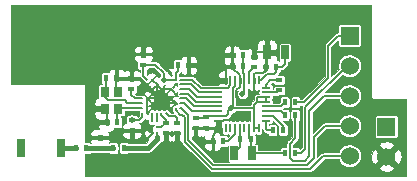
<source format=gtl>
G04 (created by PCBNEW (2013-07-07 BZR 4022)-stable) date 2/20/2015 11:24:38 AM*
%MOIN*%
G04 Gerber Fmt 3.4, Leading zero omitted, Abs format*
%FSLAX34Y34*%
G01*
G70*
G90*
G04 APERTURE LIST*
%ADD10C,0.00590551*%
%ADD11R,0.0314961X0.0354331*%
%ADD12C,0.00866142*%
%ADD13R,0.025X0.045*%
%ADD14R,0.0157X0.0236*%
%ADD15R,0.0236X0.0157*%
%ADD16R,0.0314961X0.0629921*%
%ADD17R,0.06X0.06*%
%ADD18C,0.06*%
%ADD19C,0.00629921*%
%ADD20O,0.0314961X0.00787402*%
%ADD21O,0.00787402X0.0314961*%
%ADD22C,0.02*%
%ADD23C,0.006*%
%ADD24C,0.0181102*%
%ADD25C,0.002*%
%ADD26C,0.001*%
G04 APERTURE END LIST*
G54D10*
G54D11*
X107975Y-53167D03*
X107975Y-52615D03*
X108408Y-53167D03*
X108408Y-52615D03*
G54D12*
X109686Y-53598D03*
X109686Y-53991D03*
X109686Y-53795D03*
X109528Y-53598D03*
X109528Y-53991D03*
G54D13*
X112871Y-54653D03*
X112271Y-54653D03*
G54D14*
X112827Y-54192D03*
X112473Y-54192D03*
X113674Y-51767D03*
X113320Y-51767D03*
X112567Y-51759D03*
X112213Y-51759D03*
G54D15*
X111347Y-53464D03*
X111347Y-53818D03*
G54D14*
X111910Y-54263D03*
X111556Y-54263D03*
G54D15*
X112941Y-51790D03*
X112941Y-51436D03*
G54D14*
X113906Y-53893D03*
X113552Y-53893D03*
G54D15*
X113774Y-52210D03*
X113774Y-52564D03*
X109240Y-51708D03*
X109240Y-51354D03*
X108842Y-52515D03*
X108842Y-52161D03*
G54D14*
X108022Y-53615D03*
X108376Y-53615D03*
X108349Y-52163D03*
X107995Y-52163D03*
G54D15*
X110371Y-53633D03*
X110371Y-53987D03*
G54D14*
X110398Y-51724D03*
X110752Y-51724D03*
G54D15*
X108863Y-53547D03*
X108863Y-53901D03*
X110000Y-53633D03*
X110000Y-53987D03*
G54D13*
X113962Y-51295D03*
X113362Y-51295D03*
G54D15*
X110985Y-53468D03*
X110985Y-53822D03*
G54D14*
X112563Y-51381D03*
X112209Y-51381D03*
X114311Y-53385D03*
X113957Y-53385D03*
X113961Y-52960D03*
X114315Y-52960D03*
X114309Y-54651D03*
X113955Y-54651D03*
G54D16*
X106513Y-54477D03*
X105175Y-54477D03*
G54D14*
X107342Y-54488D03*
X106988Y-54488D03*
G54D15*
X107795Y-54488D03*
X107795Y-54134D03*
G54D14*
X108602Y-54488D03*
X108248Y-54488D03*
G54D17*
X116118Y-50740D03*
G54D18*
X116118Y-51740D03*
X116118Y-52740D03*
X116118Y-53740D03*
X116118Y-54740D03*
G54D17*
X117346Y-53771D03*
G54D18*
X117346Y-54771D03*
G54D19*
X109374Y-52830D03*
X109216Y-52830D03*
X110476Y-52830D03*
X110476Y-52673D03*
X110161Y-52515D03*
X110476Y-52515D03*
X109216Y-52988D03*
X109216Y-53145D03*
X109216Y-53303D03*
X109374Y-53303D03*
X109531Y-53303D03*
X109688Y-53303D03*
X109846Y-53303D03*
X110003Y-53303D03*
X110318Y-53145D03*
X110318Y-52988D03*
X109688Y-52358D03*
X109374Y-52200D03*
X109531Y-52200D03*
X110318Y-52200D03*
X110161Y-52043D03*
X110476Y-52358D03*
X110476Y-52200D03*
X110476Y-52988D03*
X110476Y-53145D03*
G54D20*
X111747Y-52623D03*
X111747Y-52781D03*
X111747Y-53568D03*
X111747Y-53411D03*
X111747Y-53253D03*
X111747Y-52938D03*
X111747Y-53096D03*
G54D21*
X113085Y-52230D03*
X112928Y-52230D03*
X112770Y-52230D03*
X111983Y-52230D03*
X112140Y-52230D03*
X112298Y-52230D03*
X112455Y-52230D03*
X112613Y-52230D03*
X112613Y-53804D03*
X112455Y-53804D03*
X112298Y-53804D03*
X112140Y-53804D03*
X111983Y-53804D03*
X112770Y-53804D03*
X112928Y-53804D03*
X113085Y-53804D03*
G54D20*
X113321Y-53096D03*
X113321Y-52938D03*
X113321Y-53253D03*
X113321Y-53411D03*
X113321Y-53568D03*
X113321Y-52781D03*
X113321Y-52623D03*
X113321Y-52466D03*
G54D22*
X109756Y-52665D03*
X112345Y-53403D03*
X109473Y-53818D03*
X110193Y-53999D03*
X112717Y-52925D03*
X109925Y-52200D03*
X108863Y-53547D03*
X112548Y-52676D03*
X112178Y-53149D03*
G54D23*
X109686Y-53302D02*
X109686Y-53598D01*
X109528Y-53302D02*
X109528Y-53598D01*
X108842Y-52515D02*
X108842Y-52715D01*
X108957Y-52830D02*
X109213Y-52830D01*
X108842Y-52715D02*
X108957Y-52830D01*
X110000Y-53302D02*
X110115Y-53417D01*
X110371Y-53472D02*
X110371Y-53633D01*
X110315Y-53417D02*
X110371Y-53472D01*
X110115Y-53417D02*
X110315Y-53417D01*
X114315Y-52960D02*
X114590Y-52960D01*
X115736Y-50744D02*
X116137Y-50744D01*
X115401Y-51078D02*
X115736Y-50744D01*
X115401Y-52149D02*
X115401Y-51078D01*
X114590Y-52960D02*
X115401Y-52149D01*
X116137Y-52744D02*
X115275Y-52744D01*
X114779Y-54759D02*
X114625Y-54913D01*
X114779Y-53240D02*
X114779Y-54759D01*
X115275Y-52744D02*
X114779Y-53240D01*
X114220Y-54913D02*
X114128Y-54821D01*
X114625Y-54913D02*
X114220Y-54913D01*
X114311Y-53385D02*
X114311Y-54149D01*
X114128Y-54332D02*
X114128Y-54821D01*
X114311Y-54149D02*
X114128Y-54332D01*
X113321Y-53253D02*
X113825Y-53253D01*
X113825Y-53253D02*
X113957Y-53385D01*
X113321Y-53096D02*
X113825Y-53096D01*
X113825Y-53096D02*
X113961Y-52960D01*
G54D24*
X109399Y-54477D02*
X108612Y-54477D01*
X109686Y-54191D02*
X109399Y-54477D01*
X109686Y-54115D02*
X109686Y-54191D01*
X108612Y-54477D02*
X108602Y-54488D01*
G54D23*
X109686Y-53991D02*
X109686Y-54115D01*
X109686Y-54115D02*
X109686Y-54115D01*
X114645Y-54500D02*
X114645Y-53125D01*
X116027Y-51744D02*
X114645Y-53125D01*
X114309Y-54651D02*
X114494Y-54651D01*
X114645Y-54500D02*
X114494Y-54651D01*
X116027Y-51744D02*
X116137Y-51744D01*
X112473Y-54192D02*
X112473Y-54451D01*
X112473Y-54451D02*
X112271Y-54653D01*
X112455Y-53804D02*
X112455Y-54174D01*
X112455Y-54174D02*
X112473Y-54192D01*
X112871Y-54653D02*
X113953Y-54653D01*
X113953Y-54653D02*
X113955Y-54651D01*
X112827Y-54192D02*
X112827Y-54609D01*
X112827Y-54609D02*
X112871Y-54653D01*
X112770Y-53804D02*
X112770Y-54135D01*
X112770Y-54135D02*
X112827Y-54192D01*
X110476Y-52830D02*
X110654Y-52830D01*
X110654Y-52830D02*
X110920Y-53096D01*
X110920Y-53096D02*
X111747Y-53096D01*
X110654Y-52830D02*
X110654Y-52830D01*
X110476Y-52515D02*
X110753Y-52515D01*
X110752Y-52515D02*
X111018Y-52781D01*
X111018Y-52781D02*
X111747Y-52781D01*
X110753Y-52515D02*
X110752Y-52515D01*
X110476Y-52673D02*
X110725Y-52673D01*
X110725Y-52673D02*
X110991Y-52938D01*
X110991Y-52938D02*
X111747Y-52938D01*
X110725Y-52673D02*
X110725Y-52673D01*
X110476Y-52358D02*
X110820Y-52358D01*
X110819Y-52358D02*
X111085Y-52623D01*
X111085Y-52623D02*
X111747Y-52623D01*
X110820Y-52358D02*
X110819Y-52358D01*
X110318Y-53145D02*
X110318Y-53228D01*
X115240Y-54744D02*
X114803Y-55181D01*
X114803Y-55181D02*
X111531Y-55181D01*
X111531Y-55181D02*
X110625Y-54275D01*
X110625Y-54275D02*
X110625Y-53446D01*
X115240Y-54744D02*
X116137Y-54744D01*
X110548Y-53370D02*
X110625Y-53446D01*
X110460Y-53370D02*
X110548Y-53370D01*
X110318Y-53228D02*
X110460Y-53370D01*
X110476Y-53145D02*
X110505Y-53145D01*
X115303Y-53744D02*
X114933Y-54114D01*
X115303Y-53744D02*
X116137Y-53744D01*
X114933Y-54114D02*
X114933Y-54803D01*
X114933Y-54803D02*
X114688Y-55047D01*
X114688Y-55047D02*
X111566Y-55047D01*
X111566Y-55047D02*
X110745Y-54225D01*
X110745Y-54225D02*
X110745Y-53385D01*
X110505Y-53145D02*
X110745Y-53385D01*
X112770Y-52230D02*
X112770Y-51962D01*
X112770Y-51962D02*
X112941Y-51790D01*
X112298Y-53804D02*
X112298Y-54021D01*
X112056Y-54263D02*
X111910Y-54263D01*
X112298Y-54021D02*
X112056Y-54263D01*
X109843Y-53302D02*
X109843Y-53397D01*
X109843Y-53397D02*
X110000Y-53554D01*
X110000Y-53554D02*
X110000Y-53633D01*
X109686Y-53795D02*
X109839Y-53795D01*
X109839Y-53795D02*
X110000Y-53633D01*
X113674Y-51767D02*
X113867Y-51767D01*
X113962Y-51672D02*
X113962Y-51295D01*
X113867Y-51767D02*
X113962Y-51672D01*
X113085Y-52230D02*
X113168Y-52230D01*
X113674Y-51940D02*
X113674Y-51767D01*
X113595Y-52019D02*
X113674Y-51940D01*
X113378Y-52019D02*
X113595Y-52019D01*
X113168Y-52230D02*
X113378Y-52019D01*
X109213Y-53145D02*
X108430Y-53145D01*
G54D25*
X108430Y-53145D02*
X108408Y-53167D01*
G54D23*
X108376Y-53615D02*
X108376Y-53198D01*
G54D25*
X108376Y-53198D02*
X108408Y-53167D01*
G54D23*
X109213Y-52987D02*
X108713Y-52987D01*
X107975Y-52793D02*
X107975Y-52615D01*
X108079Y-52897D02*
X107975Y-52793D01*
X108623Y-52897D02*
X108079Y-52897D01*
X108713Y-52987D02*
X108623Y-52897D01*
X107995Y-52163D02*
X107995Y-52596D01*
G54D25*
X107995Y-52596D02*
X107975Y-52615D01*
G54D23*
X110476Y-52988D02*
X110587Y-52988D01*
X110587Y-52987D02*
X110853Y-53253D01*
X110853Y-53253D02*
X111747Y-53253D01*
X110587Y-52988D02*
X110587Y-52987D01*
X111162Y-52487D02*
X112051Y-52487D01*
X110875Y-52200D02*
X110875Y-52200D01*
X112140Y-52230D02*
X112140Y-52398D01*
X112051Y-52487D02*
X112140Y-52398D01*
X110875Y-52200D02*
X111162Y-52487D01*
X110875Y-52200D02*
X110476Y-52200D01*
X108349Y-52163D02*
X108840Y-52163D01*
X108840Y-52163D02*
X108842Y-52161D01*
X109240Y-51354D02*
X109548Y-51354D01*
X109548Y-51354D02*
X109635Y-51440D01*
X110161Y-51967D02*
X110161Y-52043D01*
X110161Y-51967D02*
X109635Y-51440D01*
X109531Y-52200D02*
X109688Y-52358D01*
X110161Y-52515D02*
X109906Y-52515D01*
X109906Y-52515D02*
X109756Y-52665D01*
X109906Y-52515D02*
X109906Y-52515D01*
X110318Y-52988D02*
X110079Y-52988D01*
X110079Y-52988D02*
X109756Y-52665D01*
X109371Y-53302D02*
X109371Y-52830D01*
X109371Y-52830D02*
X109591Y-52830D01*
X109686Y-52594D02*
X109686Y-52358D01*
X109686Y-52594D02*
X109756Y-52665D01*
X109591Y-52830D02*
X109756Y-52665D01*
X108865Y-52163D02*
X108867Y-52161D01*
X112941Y-51436D02*
X112941Y-51358D01*
X113004Y-51295D02*
X113362Y-51295D01*
X112941Y-51358D02*
X113004Y-51295D01*
X113320Y-51767D02*
X113320Y-51337D01*
X113320Y-51337D02*
X113362Y-51295D01*
X111747Y-53568D02*
X111884Y-53568D01*
X111902Y-53550D02*
X112197Y-53550D01*
X111884Y-53568D02*
X111902Y-53550D01*
X112345Y-53403D02*
X112197Y-53550D01*
X109528Y-53873D02*
X109473Y-53818D01*
X109528Y-53873D02*
X109528Y-53991D01*
X111556Y-54263D02*
X111556Y-54066D01*
X111638Y-53983D02*
X111638Y-53818D01*
X111556Y-54066D02*
X111638Y-53983D01*
X111347Y-53818D02*
X111638Y-53818D01*
X111747Y-53710D02*
X111747Y-53568D01*
X111638Y-53818D02*
X111747Y-53710D01*
X110371Y-53987D02*
X110205Y-53987D01*
X110205Y-53987D02*
X110193Y-53999D01*
X110000Y-53987D02*
X110181Y-53987D01*
X110181Y-53987D02*
X110193Y-53999D01*
X110985Y-53822D02*
X111343Y-53822D01*
X111343Y-53822D02*
X111347Y-53818D01*
X112928Y-52230D02*
X112928Y-52714D01*
X112455Y-52446D02*
X112347Y-52554D01*
X112347Y-52554D02*
X112347Y-52787D01*
X112347Y-52787D02*
X112485Y-52925D01*
X112485Y-52925D02*
X112717Y-52925D01*
X112455Y-52446D02*
X112455Y-52230D01*
X112928Y-52714D02*
X112717Y-52925D01*
X112213Y-51759D02*
X112060Y-51759D01*
X111983Y-51836D02*
X111983Y-52230D01*
X112060Y-51759D02*
X111983Y-51836D01*
X112209Y-51381D02*
X112209Y-51755D01*
G54D25*
X112209Y-51755D02*
X112213Y-51759D01*
G54D23*
X112455Y-52230D02*
X112455Y-52041D01*
X112455Y-52041D02*
X112213Y-51799D01*
G54D25*
X112213Y-51799D02*
X112213Y-51759D01*
G54D23*
X112928Y-52230D02*
X112928Y-52005D01*
X113320Y-51901D02*
X113320Y-51767D01*
X113249Y-51972D02*
X113320Y-51901D01*
X112961Y-51972D02*
X113249Y-51972D01*
X112928Y-52005D02*
X112961Y-51972D01*
X108349Y-52163D02*
X108349Y-52556D01*
G54D25*
X108349Y-52556D02*
X108408Y-52615D01*
G54D23*
X108022Y-53615D02*
X108022Y-53214D01*
G54D25*
X108022Y-53214D02*
X107975Y-53167D01*
G54D23*
X113321Y-53568D02*
X113321Y-53832D01*
X113382Y-53893D02*
X113552Y-53893D01*
X113321Y-53832D02*
X113382Y-53893D01*
X113774Y-52210D02*
X113479Y-52210D01*
X113321Y-52367D02*
X113321Y-52466D01*
X113479Y-52210D02*
X113321Y-52367D01*
G54D24*
X107795Y-54488D02*
X107342Y-54488D01*
X107342Y-54488D02*
X107342Y-54488D01*
X108248Y-54488D02*
X107795Y-54488D01*
X107795Y-54488D02*
X107795Y-54488D01*
X106988Y-54488D02*
X106524Y-54488D01*
X106524Y-54488D02*
X106513Y-54477D01*
G54D23*
X113321Y-52623D02*
X113715Y-52623D01*
G54D25*
X113715Y-52623D02*
X113774Y-52564D01*
G54D23*
X113321Y-53411D02*
X113558Y-53411D01*
X113906Y-53759D02*
X113906Y-53893D01*
X113558Y-53411D02*
X113906Y-53759D01*
X109240Y-51708D02*
X109240Y-52069D01*
X109241Y-52070D02*
X109371Y-52200D01*
X109240Y-52069D02*
X109241Y-52070D01*
X109240Y-51708D02*
X109649Y-51708D01*
X109925Y-51984D02*
X109925Y-52200D01*
X109649Y-51708D02*
X109925Y-51984D01*
X109925Y-52200D02*
X110318Y-52200D01*
X110318Y-52200D02*
X110318Y-51988D01*
X110318Y-51988D02*
X110398Y-51908D01*
X110398Y-51908D02*
X110398Y-51724D01*
X112298Y-52230D02*
X112298Y-52411D01*
X112298Y-52411D02*
X112221Y-52487D01*
X112221Y-52487D02*
X112221Y-53106D01*
X112221Y-53106D02*
X112178Y-53149D01*
X108863Y-53547D02*
X109114Y-53547D01*
X109114Y-53547D02*
X109213Y-53448D01*
X109213Y-53448D02*
X109213Y-53302D01*
X108863Y-53547D02*
X108863Y-53547D01*
X112140Y-53112D02*
X112178Y-53149D01*
X112178Y-53149D02*
X112174Y-53149D01*
X111747Y-53411D02*
X112006Y-53411D01*
X112006Y-53411D02*
X112075Y-53342D01*
X112075Y-53342D02*
X112075Y-53247D01*
X112075Y-53247D02*
X112174Y-53149D01*
X112174Y-53149D02*
X112928Y-53149D01*
X110985Y-53468D02*
X111343Y-53468D01*
X111343Y-53468D02*
X111347Y-53464D01*
X111747Y-53411D02*
X111400Y-53411D01*
X111400Y-53411D02*
X111347Y-53464D01*
X112613Y-52230D02*
X112613Y-52612D01*
X112613Y-52612D02*
X112548Y-52676D01*
X113032Y-52781D02*
X113032Y-52938D01*
X112563Y-51381D02*
X112563Y-51755D01*
G54D25*
X112563Y-51755D02*
X112567Y-51759D01*
G54D23*
X112613Y-52230D02*
X112613Y-52021D01*
X112567Y-51976D02*
X112567Y-51759D01*
X112613Y-52021D02*
X112567Y-51976D01*
X112928Y-53804D02*
X112928Y-53430D01*
X112928Y-53430D02*
X112928Y-53149D01*
X112928Y-53149D02*
X112928Y-53033D01*
X112928Y-53033D02*
X113022Y-52938D01*
G54D25*
X113022Y-52938D02*
X113032Y-52938D01*
G54D23*
X113032Y-52938D02*
X113321Y-52938D01*
X113321Y-52781D02*
X113032Y-52781D01*
X113321Y-52938D02*
X113321Y-52781D01*
X113085Y-53804D02*
X112928Y-53804D01*
G54D10*
G36*
X108511Y-52704D02*
X108487Y-52704D01*
X108487Y-52718D01*
X108329Y-52718D01*
X108329Y-52704D01*
X108305Y-52704D01*
X108305Y-52527D01*
X108329Y-52527D01*
X108329Y-52513D01*
X108487Y-52513D01*
X108487Y-52527D01*
X108511Y-52527D01*
X108511Y-52704D01*
X108511Y-52704D01*
G37*
G54D26*
X108511Y-52704D02*
X108487Y-52704D01*
X108487Y-52718D01*
X108329Y-52718D01*
X108329Y-52704D01*
X108305Y-52704D01*
X108305Y-52527D01*
X108329Y-52527D01*
X108329Y-52513D01*
X108487Y-52513D01*
X108487Y-52527D01*
X108511Y-52527D01*
X108511Y-52704D01*
G54D10*
G36*
X112114Y-54044D02*
X112058Y-54099D01*
X112053Y-54092D01*
X112042Y-54080D01*
X112028Y-54071D01*
X112013Y-54065D01*
X111997Y-54061D01*
X111981Y-54061D01*
X111823Y-54061D01*
X111822Y-54062D01*
X111815Y-54047D01*
X111793Y-54014D01*
X111764Y-53985D01*
X111731Y-53963D01*
X111694Y-53948D01*
X111665Y-53942D01*
X111670Y-53917D01*
X111670Y-53909D01*
X111619Y-53857D01*
X111406Y-53857D01*
X111406Y-53897D01*
X111292Y-53897D01*
X111288Y-53893D01*
X111288Y-53857D01*
X111075Y-53857D01*
X111071Y-53861D01*
X111044Y-53861D01*
X111044Y-53889D01*
X111024Y-53909D01*
X111024Y-53917D01*
X111032Y-53956D01*
X111044Y-53985D01*
X111044Y-54054D01*
X111095Y-54105D01*
X111084Y-54106D01*
X111124Y-54105D01*
X111164Y-54097D01*
X111171Y-54094D01*
X111207Y-54101D01*
X111248Y-54102D01*
X111237Y-54102D01*
X111252Y-54086D01*
X111252Y-54102D01*
X111277Y-54102D01*
X111272Y-54124D01*
X111272Y-54164D01*
X111272Y-54153D01*
X111324Y-54204D01*
X111517Y-54204D01*
X111517Y-54160D01*
X111595Y-54160D01*
X111595Y-54204D01*
X111634Y-54204D01*
X111634Y-54322D01*
X111595Y-54322D01*
X111595Y-54535D01*
X111646Y-54586D01*
X111654Y-54586D01*
X111694Y-54578D01*
X111731Y-54563D01*
X111764Y-54541D01*
X111793Y-54512D01*
X111815Y-54479D01*
X111822Y-54465D01*
X111822Y-54465D01*
X111839Y-54465D01*
X111996Y-54465D01*
X112013Y-54462D01*
X112028Y-54455D01*
X112041Y-54446D01*
X112053Y-54435D01*
X112062Y-54421D01*
X112063Y-54420D01*
X112063Y-54435D01*
X112063Y-54886D01*
X112066Y-54902D01*
X112072Y-54917D01*
X112081Y-54931D01*
X112083Y-54933D01*
X111614Y-54933D01*
X111517Y-54836D01*
X111517Y-54535D01*
X111517Y-54322D01*
X111324Y-54322D01*
X111272Y-54373D01*
X111272Y-54362D01*
X111272Y-54403D01*
X111280Y-54442D01*
X111296Y-54479D01*
X111319Y-54512D01*
X111347Y-54541D01*
X111381Y-54563D01*
X111418Y-54578D01*
X111457Y-54586D01*
X111465Y-54586D01*
X111517Y-54535D01*
X111517Y-54836D01*
X110858Y-54178D01*
X110858Y-54105D01*
X110885Y-54106D01*
X110874Y-54105D01*
X110926Y-54054D01*
X110926Y-53861D01*
X110882Y-53861D01*
X110882Y-53783D01*
X110926Y-53783D01*
X110926Y-53743D01*
X111040Y-53743D01*
X111044Y-53747D01*
X111044Y-53783D01*
X111256Y-53783D01*
X111260Y-53779D01*
X111288Y-53779D01*
X111288Y-53751D01*
X111300Y-53740D01*
X111406Y-53740D01*
X111406Y-53779D01*
X111487Y-53779D01*
X111488Y-53779D01*
X111531Y-53803D01*
X111579Y-53817D01*
X111628Y-53822D01*
X111668Y-53768D01*
X111668Y-53730D01*
X111670Y-53728D01*
X111670Y-53719D01*
X111668Y-53709D01*
X111668Y-53588D01*
X111644Y-53588D01*
X111644Y-53549D01*
X111668Y-53549D01*
X111668Y-53534D01*
X111825Y-53534D01*
X111825Y-53549D01*
X111849Y-53549D01*
X111849Y-53588D01*
X111825Y-53588D01*
X111825Y-53768D01*
X111860Y-53815D01*
X111860Y-53924D01*
X111862Y-53948D01*
X111869Y-53971D01*
X111880Y-53992D01*
X111895Y-54010D01*
X111914Y-54026D01*
X111935Y-54037D01*
X111958Y-54044D01*
X111982Y-54047D01*
X112006Y-54045D01*
X112029Y-54038D01*
X112050Y-54027D01*
X112062Y-54018D01*
X112071Y-54026D01*
X112093Y-54037D01*
X112114Y-54044D01*
X112114Y-54044D01*
G37*
G54D26*
X112114Y-54044D02*
X112058Y-54099D01*
X112053Y-54092D01*
X112042Y-54080D01*
X112028Y-54071D01*
X112013Y-54065D01*
X111997Y-54061D01*
X111981Y-54061D01*
X111823Y-54061D01*
X111822Y-54062D01*
X111815Y-54047D01*
X111793Y-54014D01*
X111764Y-53985D01*
X111731Y-53963D01*
X111694Y-53948D01*
X111665Y-53942D01*
X111670Y-53917D01*
X111670Y-53909D01*
X111619Y-53857D01*
X111406Y-53857D01*
X111406Y-53897D01*
X111292Y-53897D01*
X111288Y-53893D01*
X111288Y-53857D01*
X111075Y-53857D01*
X111071Y-53861D01*
X111044Y-53861D01*
X111044Y-53889D01*
X111024Y-53909D01*
X111024Y-53917D01*
X111032Y-53956D01*
X111044Y-53985D01*
X111044Y-54054D01*
X111095Y-54105D01*
X111084Y-54106D01*
X111124Y-54105D01*
X111164Y-54097D01*
X111171Y-54094D01*
X111207Y-54101D01*
X111248Y-54102D01*
X111237Y-54102D01*
X111252Y-54086D01*
X111252Y-54102D01*
X111277Y-54102D01*
X111272Y-54124D01*
X111272Y-54164D01*
X111272Y-54153D01*
X111324Y-54204D01*
X111517Y-54204D01*
X111517Y-54160D01*
X111595Y-54160D01*
X111595Y-54204D01*
X111634Y-54204D01*
X111634Y-54322D01*
X111595Y-54322D01*
X111595Y-54535D01*
X111646Y-54586D01*
X111654Y-54586D01*
X111694Y-54578D01*
X111731Y-54563D01*
X111764Y-54541D01*
X111793Y-54512D01*
X111815Y-54479D01*
X111822Y-54465D01*
X111822Y-54465D01*
X111839Y-54465D01*
X111996Y-54465D01*
X112013Y-54462D01*
X112028Y-54455D01*
X112041Y-54446D01*
X112053Y-54435D01*
X112062Y-54421D01*
X112063Y-54420D01*
X112063Y-54435D01*
X112063Y-54886D01*
X112066Y-54902D01*
X112072Y-54917D01*
X112081Y-54931D01*
X112083Y-54933D01*
X111614Y-54933D01*
X111517Y-54836D01*
X111517Y-54535D01*
X111517Y-54322D01*
X111324Y-54322D01*
X111272Y-54373D01*
X111272Y-54362D01*
X111272Y-54403D01*
X111280Y-54442D01*
X111296Y-54479D01*
X111319Y-54512D01*
X111347Y-54541D01*
X111381Y-54563D01*
X111418Y-54578D01*
X111457Y-54586D01*
X111465Y-54586D01*
X111517Y-54535D01*
X111517Y-54836D01*
X110858Y-54178D01*
X110858Y-54105D01*
X110885Y-54106D01*
X110874Y-54105D01*
X110926Y-54054D01*
X110926Y-53861D01*
X110882Y-53861D01*
X110882Y-53783D01*
X110926Y-53783D01*
X110926Y-53743D01*
X111040Y-53743D01*
X111044Y-53747D01*
X111044Y-53783D01*
X111256Y-53783D01*
X111260Y-53779D01*
X111288Y-53779D01*
X111288Y-53751D01*
X111300Y-53740D01*
X111406Y-53740D01*
X111406Y-53779D01*
X111487Y-53779D01*
X111488Y-53779D01*
X111531Y-53803D01*
X111579Y-53817D01*
X111628Y-53822D01*
X111668Y-53768D01*
X111668Y-53730D01*
X111670Y-53728D01*
X111670Y-53719D01*
X111668Y-53709D01*
X111668Y-53588D01*
X111644Y-53588D01*
X111644Y-53549D01*
X111668Y-53549D01*
X111668Y-53534D01*
X111825Y-53534D01*
X111825Y-53549D01*
X111849Y-53549D01*
X111849Y-53588D01*
X111825Y-53588D01*
X111825Y-53768D01*
X111860Y-53815D01*
X111860Y-53924D01*
X111862Y-53948D01*
X111869Y-53971D01*
X111880Y-53992D01*
X111895Y-54010D01*
X111914Y-54026D01*
X111935Y-54037D01*
X111958Y-54044D01*
X111982Y-54047D01*
X112006Y-54045D01*
X112029Y-54038D01*
X112050Y-54027D01*
X112062Y-54018D01*
X112071Y-54026D01*
X112093Y-54037D01*
X112114Y-54044D01*
G54D10*
G36*
X112490Y-52308D02*
X112475Y-52308D01*
X112475Y-52332D01*
X112436Y-52332D01*
X112436Y-52308D01*
X112421Y-52308D01*
X112421Y-52151D01*
X112436Y-52151D01*
X112436Y-52127D01*
X112475Y-52127D01*
X112475Y-52151D01*
X112490Y-52151D01*
X112490Y-52308D01*
X112490Y-52308D01*
G37*
G54D26*
X112490Y-52308D02*
X112475Y-52308D01*
X112475Y-52332D01*
X112436Y-52332D01*
X112436Y-52308D01*
X112421Y-52308D01*
X112421Y-52151D01*
X112436Y-52151D01*
X112436Y-52127D01*
X112475Y-52127D01*
X112475Y-52151D01*
X112490Y-52151D01*
X112490Y-52308D01*
G54D10*
G36*
X112814Y-53570D02*
X112795Y-53565D01*
X112771Y-53562D01*
X112747Y-53564D01*
X112724Y-53571D01*
X112703Y-53582D01*
X112691Y-53591D01*
X112682Y-53583D01*
X112660Y-53572D01*
X112637Y-53565D01*
X112614Y-53562D01*
X112590Y-53564D01*
X112567Y-53571D01*
X112545Y-53582D01*
X112534Y-53591D01*
X112524Y-53583D01*
X112503Y-53572D01*
X112480Y-53565D01*
X112456Y-53562D01*
X112432Y-53564D01*
X112409Y-53571D01*
X112388Y-53582D01*
X112376Y-53591D01*
X112367Y-53583D01*
X112345Y-53572D01*
X112322Y-53565D01*
X112299Y-53562D01*
X112275Y-53564D01*
X112252Y-53571D01*
X112230Y-53582D01*
X112219Y-53591D01*
X112209Y-53583D01*
X112188Y-53572D01*
X112165Y-53565D01*
X112141Y-53562D01*
X112117Y-53564D01*
X112109Y-53567D01*
X112109Y-53473D01*
X112105Y-53473D01*
X112156Y-53422D01*
X112162Y-53414D01*
X112169Y-53406D01*
X112169Y-53406D01*
X112170Y-53405D01*
X112175Y-53396D01*
X112180Y-53387D01*
X112180Y-53386D01*
X112180Y-53386D01*
X112183Y-53376D01*
X112187Y-53365D01*
X112187Y-53365D01*
X112187Y-53364D01*
X112188Y-53354D01*
X112189Y-53343D01*
X112189Y-53342D01*
X112189Y-53342D01*
X112189Y-53342D01*
X112189Y-53342D01*
X112189Y-53333D01*
X112192Y-53333D01*
X112227Y-53327D01*
X112261Y-53314D01*
X112291Y-53294D01*
X112317Y-53270D01*
X112322Y-53263D01*
X112814Y-53263D01*
X112814Y-53430D01*
X112814Y-53570D01*
X112814Y-53570D01*
G37*
G54D26*
X112814Y-53570D02*
X112795Y-53565D01*
X112771Y-53562D01*
X112747Y-53564D01*
X112724Y-53571D01*
X112703Y-53582D01*
X112691Y-53591D01*
X112682Y-53583D01*
X112660Y-53572D01*
X112637Y-53565D01*
X112614Y-53562D01*
X112590Y-53564D01*
X112567Y-53571D01*
X112545Y-53582D01*
X112534Y-53591D01*
X112524Y-53583D01*
X112503Y-53572D01*
X112480Y-53565D01*
X112456Y-53562D01*
X112432Y-53564D01*
X112409Y-53571D01*
X112388Y-53582D01*
X112376Y-53591D01*
X112367Y-53583D01*
X112345Y-53572D01*
X112322Y-53565D01*
X112299Y-53562D01*
X112275Y-53564D01*
X112252Y-53571D01*
X112230Y-53582D01*
X112219Y-53591D01*
X112209Y-53583D01*
X112188Y-53572D01*
X112165Y-53565D01*
X112141Y-53562D01*
X112117Y-53564D01*
X112109Y-53567D01*
X112109Y-53473D01*
X112105Y-53473D01*
X112156Y-53422D01*
X112162Y-53414D01*
X112169Y-53406D01*
X112169Y-53406D01*
X112170Y-53405D01*
X112175Y-53396D01*
X112180Y-53387D01*
X112180Y-53386D01*
X112180Y-53386D01*
X112183Y-53376D01*
X112187Y-53365D01*
X112187Y-53365D01*
X112187Y-53364D01*
X112188Y-53354D01*
X112189Y-53343D01*
X112189Y-53342D01*
X112189Y-53342D01*
X112189Y-53342D01*
X112189Y-53342D01*
X112189Y-53333D01*
X112192Y-53333D01*
X112227Y-53327D01*
X112261Y-53314D01*
X112291Y-53294D01*
X112317Y-53270D01*
X112322Y-53263D01*
X112814Y-53263D01*
X112814Y-53430D01*
X112814Y-53570D01*
G54D10*
G36*
X113108Y-52545D02*
X113100Y-52554D01*
X113089Y-52576D01*
X113081Y-52599D01*
X113079Y-52622D01*
X113081Y-52646D01*
X113087Y-52667D01*
X113032Y-52667D01*
X113021Y-52668D01*
X113011Y-52669D01*
X113010Y-52669D01*
X113010Y-52669D01*
X113000Y-52672D01*
X112989Y-52675D01*
X112989Y-52676D01*
X112989Y-52676D01*
X112979Y-52681D01*
X112970Y-52686D01*
X112969Y-52686D01*
X112969Y-52686D01*
X112961Y-52693D01*
X112952Y-52700D01*
X112952Y-52700D01*
X112952Y-52700D01*
X112945Y-52708D01*
X112938Y-52717D01*
X112938Y-52717D01*
X112938Y-52717D01*
X112933Y-52727D01*
X112927Y-52736D01*
X112927Y-52736D01*
X112927Y-52737D01*
X112924Y-52747D01*
X112921Y-52757D01*
X112921Y-52758D01*
X112921Y-52758D01*
X112919Y-52769D01*
X112918Y-52779D01*
X112918Y-52780D01*
X112918Y-52780D01*
X112918Y-52780D01*
X112918Y-52781D01*
X112918Y-52881D01*
X112847Y-52952D01*
X112841Y-52960D01*
X112834Y-52969D01*
X112834Y-52969D01*
X112833Y-52969D01*
X112828Y-52979D01*
X112823Y-52988D01*
X112823Y-52989D01*
X112823Y-52989D01*
X112820Y-52999D01*
X112816Y-53009D01*
X112816Y-53010D01*
X112816Y-53010D01*
X112815Y-53021D01*
X112814Y-53031D01*
X112814Y-53032D01*
X112814Y-53032D01*
X112814Y-53032D01*
X112814Y-53033D01*
X112814Y-53035D01*
X112335Y-53035D01*
X112335Y-52570D01*
X112357Y-52582D01*
X112360Y-52582D01*
X112360Y-52592D01*
X112384Y-52592D01*
X112372Y-52621D01*
X112364Y-52656D01*
X112364Y-52692D01*
X112370Y-52727D01*
X112384Y-52761D01*
X112403Y-52791D01*
X112428Y-52817D01*
X112458Y-52838D01*
X112491Y-52852D01*
X112526Y-52860D01*
X112562Y-52861D01*
X112597Y-52854D01*
X112631Y-52841D01*
X112661Y-52822D01*
X112687Y-52797D01*
X112708Y-52768D01*
X112723Y-52735D01*
X112731Y-52700D01*
X112731Y-52658D01*
X112725Y-52626D01*
X112725Y-52624D01*
X112726Y-52613D01*
X112726Y-52612D01*
X112726Y-52612D01*
X112726Y-52612D01*
X112726Y-52612D01*
X112726Y-52501D01*
X112748Y-52527D01*
X112786Y-52558D01*
X112830Y-52582D01*
X112870Y-52585D01*
X112908Y-52540D01*
X112908Y-52308D01*
X112893Y-52308D01*
X112893Y-52151D01*
X112908Y-52151D01*
X112908Y-52127D01*
X112947Y-52127D01*
X112947Y-52151D01*
X112962Y-52151D01*
X112962Y-52308D01*
X112947Y-52308D01*
X112947Y-52540D01*
X112985Y-52585D01*
X113026Y-52582D01*
X113069Y-52558D01*
X113099Y-52533D01*
X113108Y-52545D01*
X113108Y-52545D01*
G37*
G54D26*
X113108Y-52545D02*
X113100Y-52554D01*
X113089Y-52576D01*
X113081Y-52599D01*
X113079Y-52622D01*
X113081Y-52646D01*
X113087Y-52667D01*
X113032Y-52667D01*
X113021Y-52668D01*
X113011Y-52669D01*
X113010Y-52669D01*
X113010Y-52669D01*
X113000Y-52672D01*
X112989Y-52675D01*
X112989Y-52676D01*
X112989Y-52676D01*
X112979Y-52681D01*
X112970Y-52686D01*
X112969Y-52686D01*
X112969Y-52686D01*
X112961Y-52693D01*
X112952Y-52700D01*
X112952Y-52700D01*
X112952Y-52700D01*
X112945Y-52708D01*
X112938Y-52717D01*
X112938Y-52717D01*
X112938Y-52717D01*
X112933Y-52727D01*
X112927Y-52736D01*
X112927Y-52736D01*
X112927Y-52737D01*
X112924Y-52747D01*
X112921Y-52757D01*
X112921Y-52758D01*
X112921Y-52758D01*
X112919Y-52769D01*
X112918Y-52779D01*
X112918Y-52780D01*
X112918Y-52780D01*
X112918Y-52780D01*
X112918Y-52781D01*
X112918Y-52881D01*
X112847Y-52952D01*
X112841Y-52960D01*
X112834Y-52969D01*
X112834Y-52969D01*
X112833Y-52969D01*
X112828Y-52979D01*
X112823Y-52988D01*
X112823Y-52989D01*
X112823Y-52989D01*
X112820Y-52999D01*
X112816Y-53009D01*
X112816Y-53010D01*
X112816Y-53010D01*
X112815Y-53021D01*
X112814Y-53031D01*
X112814Y-53032D01*
X112814Y-53032D01*
X112814Y-53032D01*
X112814Y-53033D01*
X112814Y-53035D01*
X112335Y-53035D01*
X112335Y-52570D01*
X112357Y-52582D01*
X112360Y-52582D01*
X112360Y-52592D01*
X112384Y-52592D01*
X112372Y-52621D01*
X112364Y-52656D01*
X112364Y-52692D01*
X112370Y-52727D01*
X112384Y-52761D01*
X112403Y-52791D01*
X112428Y-52817D01*
X112458Y-52838D01*
X112491Y-52852D01*
X112526Y-52860D01*
X112562Y-52861D01*
X112597Y-52854D01*
X112631Y-52841D01*
X112661Y-52822D01*
X112687Y-52797D01*
X112708Y-52768D01*
X112723Y-52735D01*
X112731Y-52700D01*
X112731Y-52658D01*
X112725Y-52626D01*
X112725Y-52624D01*
X112726Y-52613D01*
X112726Y-52612D01*
X112726Y-52612D01*
X112726Y-52612D01*
X112726Y-52612D01*
X112726Y-52501D01*
X112748Y-52527D01*
X112786Y-52558D01*
X112830Y-52582D01*
X112870Y-52585D01*
X112908Y-52540D01*
X112908Y-52308D01*
X112893Y-52308D01*
X112893Y-52151D01*
X112908Y-52151D01*
X112908Y-52127D01*
X112947Y-52127D01*
X112947Y-52151D01*
X112962Y-52151D01*
X112962Y-52308D01*
X112947Y-52308D01*
X112947Y-52540D01*
X112985Y-52585D01*
X113026Y-52582D01*
X113069Y-52558D01*
X113099Y-52533D01*
X113108Y-52545D01*
G54D10*
G36*
X118006Y-55408D02*
X117853Y-55408D01*
X117853Y-54796D01*
X117848Y-54697D01*
X117824Y-54601D01*
X117805Y-54555D01*
X117730Y-54523D01*
X117730Y-54064D01*
X117730Y-53463D01*
X117727Y-53447D01*
X117720Y-53432D01*
X117711Y-53418D01*
X117700Y-53406D01*
X117686Y-53397D01*
X117671Y-53391D01*
X117655Y-53387D01*
X117638Y-53387D01*
X117038Y-53387D01*
X117022Y-53391D01*
X117006Y-53397D01*
X116993Y-53406D01*
X116981Y-53418D01*
X116972Y-53431D01*
X116966Y-53446D01*
X116962Y-53462D01*
X116962Y-53479D01*
X116962Y-54079D01*
X116965Y-54095D01*
X116972Y-54111D01*
X116981Y-54124D01*
X116992Y-54136D01*
X117006Y-54145D01*
X117021Y-54152D01*
X117037Y-54155D01*
X117054Y-54155D01*
X117654Y-54155D01*
X117670Y-54152D01*
X117685Y-54145D01*
X117699Y-54136D01*
X117711Y-54125D01*
X117720Y-54111D01*
X117726Y-54096D01*
X117730Y-54080D01*
X117730Y-54064D01*
X117730Y-54523D01*
X117729Y-54523D01*
X117594Y-54657D01*
X117594Y-54388D01*
X117562Y-54312D01*
X117469Y-54279D01*
X117371Y-54264D01*
X117272Y-54269D01*
X117176Y-54293D01*
X117130Y-54312D01*
X117098Y-54388D01*
X117346Y-54637D01*
X117594Y-54388D01*
X117594Y-54657D01*
X117480Y-54771D01*
X117729Y-55019D01*
X117805Y-54987D01*
X117838Y-54894D01*
X117853Y-54796D01*
X117853Y-55408D01*
X117594Y-55408D01*
X117594Y-55154D01*
X117346Y-54906D01*
X117212Y-55040D01*
X117212Y-54771D01*
X116963Y-54523D01*
X116887Y-54555D01*
X116854Y-54648D01*
X116839Y-54746D01*
X116844Y-54845D01*
X116868Y-54941D01*
X116887Y-54987D01*
X116963Y-55019D01*
X117212Y-54771D01*
X117212Y-55040D01*
X117098Y-55154D01*
X117130Y-55230D01*
X117223Y-55264D01*
X117321Y-55278D01*
X117420Y-55273D01*
X117516Y-55249D01*
X117562Y-55230D01*
X117594Y-55154D01*
X117594Y-55408D01*
X116501Y-55408D01*
X116501Y-51032D01*
X116501Y-50431D01*
X116498Y-50415D01*
X116492Y-50400D01*
X116483Y-50386D01*
X116471Y-50375D01*
X116458Y-50366D01*
X116442Y-50359D01*
X116426Y-50356D01*
X116410Y-50356D01*
X115809Y-50356D01*
X115793Y-50359D01*
X115778Y-50365D01*
X115764Y-50374D01*
X115753Y-50386D01*
X115744Y-50400D01*
X115737Y-50415D01*
X115734Y-50431D01*
X115734Y-50447D01*
X115734Y-50630D01*
X115725Y-50631D01*
X115715Y-50632D01*
X115714Y-50632D01*
X115714Y-50632D01*
X115704Y-50635D01*
X115693Y-50638D01*
X115693Y-50638D01*
X115692Y-50638D01*
X115683Y-50643D01*
X115674Y-50648D01*
X115673Y-50649D01*
X115673Y-50649D01*
X115665Y-50656D01*
X115656Y-50662D01*
X115656Y-50663D01*
X115656Y-50663D01*
X115656Y-50663D01*
X115655Y-50663D01*
X115321Y-50998D01*
X115314Y-51006D01*
X115307Y-51014D01*
X115307Y-51015D01*
X115307Y-51015D01*
X115302Y-51024D01*
X115297Y-51033D01*
X115296Y-51034D01*
X115296Y-51035D01*
X115293Y-51045D01*
X115290Y-51055D01*
X115290Y-51055D01*
X115290Y-51056D01*
X115289Y-51066D01*
X115287Y-51077D01*
X115287Y-51078D01*
X115287Y-51078D01*
X115287Y-51078D01*
X115287Y-51078D01*
X115287Y-52102D01*
X114543Y-52846D01*
X114478Y-52846D01*
X114478Y-52834D01*
X114474Y-52818D01*
X114468Y-52802D01*
X114459Y-52789D01*
X114447Y-52777D01*
X114434Y-52768D01*
X114419Y-52762D01*
X114403Y-52758D01*
X114386Y-52758D01*
X114229Y-52758D01*
X114212Y-52761D01*
X114197Y-52768D01*
X114184Y-52777D01*
X114172Y-52788D01*
X114163Y-52802D01*
X114156Y-52817D01*
X114153Y-52833D01*
X114153Y-52850D01*
X114153Y-53086D01*
X114156Y-53102D01*
X114162Y-53117D01*
X114172Y-53131D01*
X114183Y-53143D01*
X114197Y-53152D01*
X114212Y-53158D01*
X114228Y-53162D01*
X114244Y-53162D01*
X114402Y-53162D01*
X114418Y-53158D01*
X114433Y-53152D01*
X114447Y-53143D01*
X114459Y-53132D01*
X114468Y-53118D01*
X114474Y-53103D01*
X114477Y-53087D01*
X114478Y-53074D01*
X114544Y-53074D01*
X114541Y-53081D01*
X114540Y-53081D01*
X114540Y-53082D01*
X114537Y-53092D01*
X114534Y-53102D01*
X114534Y-53102D01*
X114534Y-53103D01*
X114533Y-53113D01*
X114531Y-53124D01*
X114531Y-53125D01*
X114531Y-53125D01*
X114531Y-53125D01*
X114531Y-53125D01*
X114531Y-54452D01*
X114470Y-54514D01*
X114468Y-54509D01*
X114462Y-54493D01*
X114453Y-54480D01*
X114442Y-54468D01*
X114428Y-54459D01*
X114413Y-54452D01*
X114397Y-54449D01*
X114380Y-54449D01*
X114242Y-54449D01*
X114242Y-54379D01*
X114392Y-54230D01*
X114398Y-54221D01*
X114405Y-54213D01*
X114405Y-54213D01*
X114406Y-54212D01*
X114411Y-54203D01*
X114416Y-54194D01*
X114416Y-54193D01*
X114416Y-54193D01*
X114419Y-54183D01*
X114423Y-54173D01*
X114423Y-54172D01*
X114423Y-54172D01*
X114424Y-54161D01*
X114425Y-54151D01*
X114425Y-54149D01*
X114425Y-54149D01*
X114425Y-54149D01*
X114425Y-54149D01*
X114425Y-53579D01*
X114429Y-53577D01*
X114443Y-53568D01*
X114455Y-53557D01*
X114464Y-53543D01*
X114470Y-53528D01*
X114474Y-53512D01*
X114474Y-53496D01*
X114474Y-53259D01*
X114470Y-53243D01*
X114464Y-53228D01*
X114455Y-53214D01*
X114443Y-53202D01*
X114430Y-53193D01*
X114415Y-53187D01*
X114399Y-53183D01*
X114382Y-53183D01*
X114225Y-53183D01*
X114209Y-53187D01*
X114193Y-53193D01*
X114180Y-53202D01*
X114168Y-53213D01*
X114159Y-53227D01*
X114152Y-53242D01*
X114149Y-53258D01*
X114149Y-53275D01*
X114149Y-53511D01*
X114152Y-53527D01*
X114159Y-53543D01*
X114168Y-53556D01*
X114179Y-53568D01*
X114193Y-53577D01*
X114198Y-53579D01*
X114198Y-54102D01*
X114048Y-54252D01*
X114041Y-54260D01*
X114035Y-54268D01*
X114034Y-54268D01*
X114034Y-54269D01*
X114029Y-54278D01*
X114024Y-54287D01*
X114024Y-54288D01*
X114023Y-54288D01*
X114020Y-54298D01*
X114017Y-54308D01*
X114017Y-54309D01*
X114017Y-54309D01*
X114016Y-54320D01*
X114015Y-54330D01*
X114015Y-54332D01*
X114015Y-54332D01*
X114015Y-54332D01*
X114015Y-54332D01*
X114015Y-54449D01*
X113869Y-54449D01*
X113853Y-54452D01*
X113837Y-54459D01*
X113824Y-54468D01*
X113812Y-54479D01*
X113803Y-54493D01*
X113796Y-54508D01*
X113793Y-54524D01*
X113793Y-54539D01*
X113080Y-54539D01*
X113080Y-54420D01*
X113077Y-54404D01*
X113071Y-54388D01*
X113062Y-54375D01*
X113050Y-54363D01*
X113036Y-54354D01*
X113021Y-54347D01*
X113005Y-54344D01*
X112989Y-54344D01*
X112982Y-54344D01*
X112986Y-54335D01*
X112989Y-54319D01*
X112989Y-54303D01*
X112989Y-54066D01*
X112986Y-54050D01*
X112980Y-54035D01*
X112980Y-54035D01*
X112995Y-54027D01*
X113006Y-54018D01*
X113016Y-54026D01*
X113037Y-54037D01*
X113060Y-54044D01*
X113084Y-54047D01*
X113108Y-54045D01*
X113131Y-54038D01*
X113153Y-54027D01*
X113171Y-54012D01*
X113187Y-53993D01*
X113198Y-53972D01*
X113206Y-53949D01*
X113208Y-53925D01*
X113208Y-53924D01*
X113208Y-53838D01*
X113209Y-53842D01*
X113210Y-53853D01*
X113210Y-53853D01*
X113210Y-53854D01*
X113213Y-53864D01*
X113216Y-53874D01*
X113216Y-53875D01*
X113216Y-53875D01*
X113221Y-53885D01*
X113226Y-53894D01*
X113226Y-53894D01*
X113227Y-53895D01*
X113233Y-53903D01*
X113240Y-53911D01*
X113241Y-53912D01*
X113241Y-53912D01*
X113241Y-53912D01*
X113241Y-53912D01*
X113302Y-53973D01*
X113310Y-53980D01*
X113318Y-53987D01*
X113319Y-53987D01*
X113319Y-53988D01*
X113328Y-53992D01*
X113338Y-53998D01*
X113338Y-53998D01*
X113339Y-53998D01*
X113349Y-54001D01*
X113359Y-54004D01*
X113359Y-54004D01*
X113360Y-54005D01*
X113370Y-54006D01*
X113381Y-54007D01*
X113382Y-54007D01*
X113382Y-54007D01*
X113382Y-54007D01*
X113382Y-54007D01*
X113390Y-54007D01*
X113390Y-54019D01*
X113393Y-54035D01*
X113399Y-54051D01*
X113408Y-54064D01*
X113420Y-54076D01*
X113433Y-54085D01*
X113448Y-54091D01*
X113465Y-54095D01*
X113481Y-54095D01*
X113639Y-54095D01*
X113655Y-54092D01*
X113670Y-54085D01*
X113684Y-54076D01*
X113695Y-54065D01*
X113704Y-54051D01*
X113711Y-54036D01*
X113714Y-54020D01*
X113714Y-54003D01*
X113714Y-53767D01*
X113711Y-53751D01*
X113705Y-53736D01*
X113696Y-53722D01*
X113684Y-53710D01*
X113670Y-53701D01*
X113655Y-53695D01*
X113639Y-53691D01*
X113623Y-53691D01*
X113465Y-53691D01*
X113449Y-53694D01*
X113435Y-53700D01*
X113435Y-53691D01*
X113441Y-53691D01*
X113465Y-53689D01*
X113488Y-53682D01*
X113509Y-53671D01*
X113527Y-53656D01*
X113543Y-53637D01*
X113554Y-53616D01*
X113561Y-53593D01*
X113563Y-53577D01*
X113745Y-53759D01*
X113744Y-53766D01*
X113744Y-53783D01*
X113744Y-54019D01*
X113747Y-54035D01*
X113753Y-54051D01*
X113762Y-54064D01*
X113774Y-54076D01*
X113787Y-54085D01*
X113802Y-54091D01*
X113819Y-54095D01*
X113835Y-54095D01*
X113993Y-54095D01*
X114009Y-54092D01*
X114024Y-54085D01*
X114038Y-54076D01*
X114049Y-54065D01*
X114058Y-54051D01*
X114065Y-54036D01*
X114068Y-54020D01*
X114068Y-54003D01*
X114068Y-53767D01*
X114065Y-53751D01*
X114059Y-53736D01*
X114050Y-53722D01*
X114038Y-53710D01*
X114024Y-53701D01*
X114009Y-53695D01*
X113997Y-53692D01*
X113994Y-53688D01*
X113987Y-53680D01*
X113987Y-53679D01*
X113987Y-53679D01*
X113987Y-53679D01*
X113986Y-53679D01*
X113895Y-53587D01*
X114044Y-53587D01*
X114060Y-53584D01*
X114075Y-53577D01*
X114089Y-53568D01*
X114101Y-53557D01*
X114110Y-53543D01*
X114116Y-53528D01*
X114120Y-53512D01*
X114120Y-53496D01*
X114120Y-53259D01*
X114116Y-53243D01*
X114110Y-53228D01*
X114101Y-53214D01*
X114089Y-53202D01*
X114076Y-53193D01*
X114061Y-53187D01*
X114045Y-53183D01*
X114028Y-53183D01*
X113916Y-53183D01*
X113908Y-53174D01*
X113920Y-53162D01*
X114048Y-53162D01*
X114064Y-53158D01*
X114079Y-53152D01*
X114093Y-53143D01*
X114105Y-53132D01*
X114114Y-53118D01*
X114120Y-53103D01*
X114123Y-53087D01*
X114124Y-53070D01*
X114124Y-52834D01*
X114120Y-52818D01*
X114114Y-52802D01*
X114105Y-52789D01*
X114093Y-52777D01*
X114080Y-52768D01*
X114065Y-52762D01*
X114049Y-52758D01*
X114032Y-52758D01*
X113875Y-52758D01*
X113858Y-52761D01*
X113843Y-52768D01*
X113830Y-52777D01*
X113818Y-52788D01*
X113809Y-52802D01*
X113802Y-52817D01*
X113799Y-52833D01*
X113799Y-52850D01*
X113799Y-52961D01*
X113778Y-52982D01*
X113555Y-52982D01*
X113561Y-52963D01*
X113564Y-52939D01*
X113562Y-52915D01*
X113555Y-52892D01*
X113544Y-52871D01*
X113535Y-52860D01*
X113543Y-52850D01*
X113554Y-52829D01*
X113561Y-52806D01*
X113564Y-52782D01*
X113562Y-52758D01*
X113555Y-52737D01*
X113715Y-52737D01*
X113737Y-52735D01*
X113758Y-52728D01*
X113762Y-52726D01*
X113900Y-52726D01*
X113916Y-52723D01*
X113932Y-52717D01*
X113945Y-52708D01*
X113957Y-52696D01*
X113966Y-52683D01*
X113972Y-52667D01*
X113976Y-52651D01*
X113976Y-52635D01*
X113976Y-52477D01*
X113973Y-52461D01*
X113966Y-52446D01*
X113957Y-52432D01*
X113946Y-52421D01*
X113932Y-52412D01*
X113917Y-52405D01*
X113901Y-52402D01*
X113884Y-52402D01*
X113648Y-52402D01*
X113632Y-52405D01*
X113617Y-52411D01*
X113603Y-52420D01*
X113591Y-52432D01*
X113582Y-52446D01*
X113576Y-52461D01*
X113572Y-52477D01*
X113572Y-52493D01*
X113572Y-52510D01*
X113555Y-52510D01*
X113561Y-52491D01*
X113564Y-52467D01*
X113562Y-52443D01*
X113555Y-52420D01*
X113544Y-52398D01*
X113529Y-52380D01*
X113510Y-52364D01*
X113494Y-52355D01*
X113526Y-52324D01*
X113580Y-52324D01*
X113582Y-52328D01*
X113591Y-52342D01*
X113602Y-52353D01*
X113616Y-52363D01*
X113631Y-52369D01*
X113647Y-52372D01*
X113664Y-52372D01*
X113900Y-52372D01*
X113916Y-52369D01*
X113932Y-52363D01*
X113945Y-52354D01*
X113957Y-52342D01*
X113966Y-52329D01*
X113972Y-52313D01*
X113976Y-52297D01*
X113976Y-52281D01*
X113976Y-52123D01*
X113973Y-52107D01*
X113966Y-52092D01*
X113957Y-52078D01*
X113946Y-52067D01*
X113932Y-52058D01*
X113917Y-52051D01*
X113901Y-52048D01*
X113884Y-52048D01*
X113727Y-52048D01*
X113754Y-52021D01*
X113761Y-52013D01*
X113767Y-52005D01*
X113768Y-52004D01*
X113768Y-52004D01*
X113773Y-51994D01*
X113778Y-51985D01*
X113778Y-51985D01*
X113779Y-51984D01*
X113782Y-51974D01*
X113785Y-51964D01*
X113785Y-51963D01*
X113785Y-51963D01*
X113785Y-51962D01*
X113792Y-51959D01*
X113805Y-51950D01*
X113817Y-51939D01*
X113826Y-51925D01*
X113832Y-51910D01*
X113836Y-51894D01*
X113836Y-51881D01*
X113867Y-51881D01*
X113877Y-51880D01*
X113888Y-51879D01*
X113888Y-51879D01*
X113889Y-51879D01*
X113899Y-51876D01*
X113909Y-51873D01*
X113909Y-51872D01*
X113910Y-51872D01*
X113919Y-51867D01*
X113929Y-51862D01*
X113929Y-51862D01*
X113930Y-51862D01*
X113938Y-51855D01*
X113946Y-51849D01*
X113947Y-51848D01*
X113947Y-51848D01*
X113947Y-51848D01*
X113947Y-51847D01*
X114042Y-51752D01*
X114049Y-51744D01*
X114056Y-51736D01*
X114056Y-51735D01*
X114056Y-51735D01*
X114061Y-51726D01*
X114066Y-51717D01*
X114067Y-51716D01*
X114067Y-51715D01*
X114070Y-51705D01*
X114073Y-51695D01*
X114073Y-51695D01*
X114073Y-51694D01*
X114074Y-51684D01*
X114076Y-51673D01*
X114076Y-51672D01*
X114076Y-51672D01*
X114076Y-51672D01*
X114076Y-51672D01*
X114076Y-51603D01*
X114095Y-51603D01*
X114111Y-51600D01*
X114126Y-51594D01*
X114140Y-51585D01*
X114152Y-51573D01*
X114161Y-51560D01*
X114167Y-51544D01*
X114171Y-51528D01*
X114171Y-51512D01*
X114171Y-51061D01*
X114167Y-51045D01*
X114161Y-51030D01*
X114152Y-51016D01*
X114141Y-51005D01*
X114127Y-50996D01*
X114112Y-50989D01*
X114096Y-50986D01*
X114079Y-50986D01*
X113829Y-50986D01*
X113813Y-50989D01*
X113797Y-50995D01*
X113784Y-51004D01*
X113772Y-51016D01*
X113763Y-51030D01*
X113757Y-51045D01*
X113753Y-51061D01*
X113753Y-51077D01*
X113753Y-51528D01*
X113756Y-51544D01*
X113763Y-51559D01*
X113768Y-51567D01*
X113761Y-51565D01*
X113744Y-51565D01*
X113687Y-51565D01*
X113692Y-51541D01*
X113692Y-51501D01*
X113692Y-51088D01*
X113692Y-51048D01*
X113684Y-51009D01*
X113668Y-50972D01*
X113646Y-50938D01*
X113617Y-50910D01*
X113584Y-50888D01*
X113546Y-50872D01*
X113507Y-50865D01*
X113476Y-50865D01*
X113424Y-50916D01*
X113424Y-51200D01*
X113641Y-51200D01*
X113692Y-51148D01*
X113692Y-51088D01*
X113692Y-51501D01*
X113692Y-51441D01*
X113641Y-51390D01*
X113424Y-51390D01*
X113424Y-51445D01*
X113418Y-51444D01*
X113410Y-51444D01*
X113359Y-51495D01*
X113359Y-51708D01*
X113398Y-51708D01*
X113398Y-51826D01*
X113359Y-51826D01*
X113359Y-51870D01*
X113280Y-51870D01*
X113280Y-51826D01*
X113241Y-51826D01*
X113241Y-51725D01*
X113248Y-51725D01*
X113265Y-51708D01*
X113280Y-51708D01*
X113280Y-51692D01*
X113299Y-51673D01*
X113299Y-51390D01*
X113264Y-51390D01*
X113264Y-51346D01*
X113264Y-51338D01*
X113259Y-51311D01*
X113259Y-51200D01*
X113299Y-51200D01*
X113299Y-50916D01*
X113248Y-50865D01*
X113217Y-50865D01*
X113177Y-50872D01*
X113140Y-50888D01*
X113107Y-50910D01*
X113078Y-50938D01*
X113056Y-50972D01*
X113040Y-51009D01*
X113032Y-51048D01*
X113032Y-51088D01*
X113032Y-51148D01*
X113044Y-51161D01*
X113000Y-51204D01*
X113000Y-51397D01*
X113044Y-51397D01*
X113044Y-51428D01*
X113032Y-51441D01*
X113032Y-51476D01*
X113000Y-51476D01*
X113000Y-51515D01*
X112882Y-51515D01*
X112882Y-51476D01*
X112839Y-51476D01*
X112839Y-51397D01*
X112882Y-51397D01*
X112882Y-51204D01*
X112831Y-51153D01*
X112842Y-51153D01*
X112802Y-51153D01*
X112763Y-51161D01*
X112725Y-51177D01*
X112694Y-51198D01*
X112682Y-51189D01*
X112667Y-51183D01*
X112651Y-51180D01*
X112634Y-51179D01*
X112477Y-51179D01*
X112475Y-51180D01*
X112469Y-51165D01*
X112447Y-51132D01*
X112418Y-51104D01*
X112385Y-51081D01*
X112347Y-51066D01*
X112308Y-51058D01*
X112300Y-51058D01*
X112249Y-51109D01*
X112249Y-51322D01*
X112288Y-51322D01*
X112288Y-51440D01*
X112249Y-51440D01*
X112249Y-51653D01*
X112252Y-51657D01*
X112252Y-51700D01*
X112292Y-51700D01*
X112292Y-51818D01*
X112252Y-51818D01*
X112252Y-51862D01*
X112174Y-51862D01*
X112174Y-51818D01*
X112174Y-51700D01*
X112174Y-51487D01*
X112170Y-51483D01*
X112170Y-51440D01*
X112170Y-51322D01*
X112170Y-51109D01*
X112119Y-51058D01*
X112111Y-51058D01*
X112071Y-51066D01*
X112034Y-51081D01*
X112001Y-51104D01*
X111972Y-51132D01*
X111950Y-51165D01*
X111934Y-51202D01*
X111926Y-51242D01*
X111926Y-51282D01*
X111926Y-51271D01*
X111977Y-51322D01*
X112170Y-51322D01*
X112170Y-51440D01*
X112127Y-51440D01*
X112123Y-51436D01*
X112115Y-51436D01*
X112094Y-51440D01*
X111977Y-51440D01*
X111926Y-51491D01*
X111926Y-51481D01*
X111926Y-51521D01*
X111934Y-51560D01*
X111940Y-51575D01*
X111938Y-51580D01*
X111930Y-51620D01*
X111930Y-51660D01*
X111930Y-51649D01*
X111981Y-51700D01*
X112090Y-51700D01*
X112111Y-51704D01*
X112119Y-51704D01*
X112123Y-51700D01*
X112174Y-51700D01*
X112174Y-51818D01*
X111981Y-51818D01*
X111932Y-51867D01*
X111930Y-51867D01*
X111930Y-51858D01*
X111930Y-51867D01*
X111888Y-51867D01*
X111888Y-51877D01*
X111885Y-51878D01*
X111841Y-51901D01*
X111803Y-51933D01*
X111772Y-51971D01*
X111748Y-52015D01*
X111734Y-52062D01*
X111729Y-52111D01*
X111783Y-52151D01*
X111963Y-52151D01*
X111963Y-52127D01*
X112002Y-52127D01*
X112002Y-52151D01*
X112017Y-52151D01*
X112017Y-52308D01*
X112002Y-52308D01*
X112002Y-52332D01*
X111963Y-52332D01*
X111963Y-52308D01*
X111783Y-52308D01*
X111729Y-52348D01*
X111732Y-52374D01*
X111209Y-52374D01*
X111036Y-52201D01*
X111036Y-51823D01*
X111036Y-51624D01*
X111036Y-51584D01*
X111028Y-51545D01*
X111012Y-51508D01*
X110990Y-51474D01*
X110961Y-51446D01*
X110927Y-51424D01*
X110890Y-51409D01*
X110851Y-51401D01*
X110843Y-51401D01*
X110792Y-51452D01*
X110792Y-51665D01*
X110985Y-51665D01*
X111036Y-51613D01*
X111036Y-51624D01*
X111036Y-51823D01*
X111036Y-51834D01*
X110985Y-51783D01*
X110792Y-51783D01*
X110792Y-51995D01*
X110843Y-52047D01*
X110851Y-52047D01*
X110890Y-52039D01*
X110927Y-52024D01*
X110961Y-52001D01*
X110990Y-51973D01*
X111012Y-51940D01*
X111028Y-51903D01*
X111036Y-51863D01*
X111036Y-51823D01*
X111036Y-52201D01*
X110955Y-52120D01*
X110955Y-52120D01*
X110945Y-52112D01*
X110939Y-52106D01*
X110939Y-52106D01*
X110938Y-52106D01*
X110922Y-52097D01*
X110920Y-52096D01*
X110919Y-52096D01*
X110918Y-52095D01*
X110897Y-52089D01*
X110875Y-52086D01*
X110873Y-52087D01*
X110495Y-52087D01*
X110488Y-52085D01*
X110465Y-52085D01*
X110443Y-52089D01*
X110432Y-52094D01*
X110432Y-52035D01*
X110479Y-51988D01*
X110485Y-51980D01*
X110492Y-51972D01*
X110492Y-51972D01*
X110493Y-51971D01*
X110498Y-51962D01*
X110502Y-51954D01*
X110515Y-51973D01*
X110544Y-52001D01*
X110577Y-52024D01*
X110614Y-52039D01*
X110654Y-52047D01*
X110662Y-52047D01*
X110713Y-51995D01*
X110713Y-51783D01*
X110674Y-51783D01*
X110674Y-51665D01*
X110713Y-51665D01*
X110713Y-51452D01*
X110662Y-51401D01*
X110654Y-51401D01*
X110614Y-51409D01*
X110577Y-51424D01*
X110544Y-51446D01*
X110515Y-51474D01*
X110493Y-51508D01*
X110487Y-51522D01*
X110486Y-51522D01*
X110469Y-51522D01*
X110312Y-51522D01*
X110295Y-51525D01*
X110280Y-51531D01*
X110267Y-51541D01*
X110255Y-51552D01*
X110246Y-51566D01*
X110239Y-51581D01*
X110236Y-51597D01*
X110236Y-51613D01*
X110236Y-51818D01*
X110201Y-51809D01*
X110155Y-51805D01*
X110109Y-51811D01*
X110065Y-51825D01*
X110034Y-51842D01*
X110041Y-51900D01*
X110161Y-52021D01*
X110172Y-52009D01*
X110194Y-52032D01*
X110183Y-52043D01*
X110194Y-52054D01*
X110172Y-52076D01*
X110161Y-52065D01*
X110150Y-52076D01*
X110128Y-52054D01*
X110139Y-52043D01*
X110023Y-51927D01*
X110020Y-51922D01*
X110020Y-51921D01*
X110019Y-51921D01*
X110013Y-51913D01*
X110006Y-51904D01*
X110005Y-51904D01*
X110005Y-51904D01*
X110005Y-51904D01*
X110005Y-51903D01*
X109729Y-51628D01*
X109721Y-51621D01*
X109713Y-51614D01*
X109713Y-51614D01*
X109712Y-51613D01*
X109703Y-51609D01*
X109694Y-51603D01*
X109693Y-51603D01*
X109693Y-51603D01*
X109683Y-51600D01*
X109673Y-51597D01*
X109672Y-51597D01*
X109671Y-51596D01*
X109661Y-51595D01*
X109651Y-51594D01*
X109649Y-51594D01*
X109649Y-51594D01*
X109649Y-51594D01*
X109649Y-51594D01*
X109484Y-51594D01*
X109489Y-51591D01*
X109517Y-51563D01*
X109540Y-51529D01*
X109555Y-51492D01*
X109563Y-51453D01*
X109563Y-51255D01*
X109555Y-51216D01*
X109540Y-51179D01*
X109517Y-51145D01*
X109489Y-51117D01*
X109456Y-51094D01*
X109419Y-51079D01*
X109379Y-51071D01*
X109339Y-51070D01*
X109350Y-51070D01*
X109299Y-51122D01*
X109299Y-51315D01*
X109511Y-51315D01*
X109563Y-51263D01*
X109563Y-51255D01*
X109563Y-51453D01*
X109563Y-51444D01*
X109511Y-51393D01*
X109299Y-51393D01*
X109299Y-51432D01*
X109181Y-51432D01*
X109181Y-51393D01*
X109181Y-51315D01*
X109181Y-51122D01*
X109129Y-51070D01*
X109140Y-51070D01*
X109100Y-51071D01*
X109061Y-51079D01*
X109024Y-51094D01*
X108990Y-51117D01*
X108962Y-51145D01*
X108940Y-51179D01*
X108924Y-51216D01*
X108917Y-51255D01*
X108917Y-51263D01*
X108968Y-51315D01*
X109181Y-51315D01*
X109181Y-51393D01*
X108968Y-51393D01*
X108917Y-51444D01*
X108917Y-51453D01*
X108924Y-51492D01*
X108940Y-51529D01*
X108962Y-51563D01*
X108990Y-51591D01*
X109024Y-51614D01*
X109038Y-51620D01*
X109038Y-51621D01*
X109038Y-51637D01*
X109038Y-51795D01*
X109041Y-51811D01*
X109047Y-51826D01*
X109056Y-51840D01*
X109068Y-51851D01*
X109082Y-51861D01*
X109097Y-51867D01*
X109113Y-51870D01*
X109126Y-51870D01*
X109126Y-51962D01*
X109120Y-51952D01*
X109091Y-51924D01*
X109058Y-51901D01*
X109021Y-51886D01*
X108982Y-51878D01*
X108941Y-51877D01*
X108952Y-51878D01*
X108901Y-51929D01*
X108901Y-52122D01*
X109114Y-52122D01*
X109132Y-52104D01*
X109134Y-52111D01*
X109134Y-52112D01*
X109134Y-52113D01*
X109139Y-52122D01*
X109144Y-52131D01*
X109145Y-52132D01*
X109145Y-52132D01*
X109152Y-52140D01*
X109158Y-52148D01*
X109159Y-52149D01*
X109159Y-52149D01*
X109159Y-52149D01*
X109159Y-52150D01*
X109160Y-52151D01*
X109160Y-52151D01*
X109160Y-52151D01*
X109290Y-52281D01*
X109293Y-52283D01*
X109298Y-52288D01*
X109307Y-52295D01*
X109307Y-52295D01*
X109307Y-52295D01*
X109316Y-52301D01*
X109330Y-52327D01*
X109389Y-52320D01*
X109396Y-52313D01*
X109405Y-52312D01*
X109426Y-52304D01*
X109445Y-52292D01*
X109461Y-52276D01*
X109474Y-52258D01*
X109467Y-52273D01*
X109461Y-52292D01*
X109411Y-52343D01*
X109404Y-52401D01*
X109446Y-52422D01*
X109462Y-52427D01*
X109471Y-52454D01*
X109487Y-52484D01*
X109546Y-52478D01*
X109596Y-52428D01*
X109627Y-52418D01*
X109658Y-52401D01*
X109654Y-52370D01*
X109666Y-52358D01*
X109651Y-52343D01*
X109599Y-52290D01*
X109546Y-52238D01*
X109546Y-52238D01*
X109531Y-52223D01*
X109519Y-52235D01*
X109487Y-52231D01*
X109474Y-52257D01*
X109483Y-52237D01*
X109487Y-52222D01*
X109509Y-52200D01*
X109498Y-52189D01*
X109520Y-52167D01*
X109531Y-52178D01*
X109651Y-52058D01*
X109658Y-51999D01*
X109616Y-51978D01*
X109571Y-51966D01*
X109525Y-51963D01*
X109479Y-51968D01*
X109445Y-51980D01*
X109430Y-51965D01*
X109363Y-52032D01*
X109353Y-52022D01*
X109353Y-51870D01*
X109366Y-51870D01*
X109382Y-51867D01*
X109397Y-51861D01*
X109411Y-51852D01*
X109422Y-51840D01*
X109432Y-51827D01*
X109434Y-51822D01*
X109602Y-51822D01*
X109811Y-52031D01*
X109811Y-52055D01*
X109809Y-52056D01*
X109783Y-52082D01*
X109763Y-52111D01*
X109756Y-52127D01*
X109748Y-52104D01*
X109732Y-52074D01*
X109673Y-52080D01*
X109658Y-52096D01*
X109623Y-52130D01*
X109593Y-52140D01*
X109562Y-52157D01*
X109565Y-52188D01*
X109553Y-52200D01*
X109568Y-52215D01*
X109568Y-52215D01*
X109621Y-52268D01*
X109673Y-52320D01*
X109688Y-52335D01*
X109700Y-52324D01*
X109722Y-52347D01*
X109711Y-52358D01*
X109831Y-52478D01*
X109890Y-52484D01*
X109910Y-52443D01*
X109923Y-52398D01*
X109924Y-52384D01*
X109939Y-52384D01*
X109959Y-52381D01*
X109926Y-52414D01*
X109940Y-52429D01*
X109939Y-52430D01*
X109927Y-52475D01*
X109923Y-52521D01*
X109929Y-52567D01*
X109943Y-52611D01*
X109960Y-52642D01*
X110018Y-52635D01*
X110139Y-52515D01*
X110128Y-52504D01*
X110150Y-52482D01*
X110161Y-52493D01*
X110281Y-52373D01*
X110288Y-52314D01*
X110287Y-52314D01*
X110299Y-52314D01*
X110305Y-52315D01*
X110327Y-52316D01*
X110350Y-52312D01*
X110371Y-52304D01*
X110375Y-52301D01*
X110374Y-52302D01*
X110366Y-52323D01*
X110361Y-52345D01*
X110360Y-52367D01*
X110365Y-52390D01*
X110370Y-52404D01*
X110362Y-52389D01*
X110303Y-52395D01*
X110183Y-52515D01*
X110303Y-52635D01*
X110362Y-52642D01*
X110374Y-52618D01*
X110366Y-52638D01*
X110361Y-52660D01*
X110360Y-52682D01*
X110365Y-52705D01*
X110373Y-52726D01*
X110385Y-52745D01*
X110392Y-52751D01*
X110387Y-52756D01*
X110384Y-52760D01*
X110359Y-52754D01*
X110313Y-52750D01*
X110288Y-52753D01*
X110288Y-52716D01*
X110281Y-52658D01*
X110161Y-52538D01*
X110139Y-52560D01*
X110041Y-52658D01*
X110034Y-52716D01*
X110076Y-52737D01*
X110120Y-52749D01*
X110167Y-52753D01*
X110213Y-52747D01*
X110257Y-52733D01*
X110288Y-52716D01*
X110288Y-52753D01*
X110267Y-52756D01*
X110223Y-52770D01*
X110192Y-52787D01*
X110198Y-52845D01*
X110318Y-52965D01*
X110330Y-52954D01*
X110352Y-52977D01*
X110341Y-52988D01*
X110352Y-52999D01*
X110330Y-53021D01*
X110318Y-53010D01*
X110296Y-53032D01*
X110296Y-53032D01*
X110296Y-52988D01*
X110176Y-52867D01*
X110117Y-52861D01*
X110097Y-52903D01*
X110084Y-52947D01*
X110081Y-52993D01*
X110086Y-53040D01*
X110101Y-53084D01*
X110117Y-53114D01*
X110176Y-53108D01*
X110296Y-52988D01*
X110296Y-53032D01*
X110286Y-53034D01*
X110265Y-53043D01*
X110246Y-53055D01*
X110230Y-53071D01*
X110217Y-53089D01*
X110208Y-53110D01*
X110205Y-53123D01*
X110198Y-53130D01*
X110192Y-53189D01*
X110205Y-53195D01*
X110205Y-53228D01*
X110206Y-53238D01*
X110207Y-53249D01*
X110207Y-53249D01*
X110207Y-53250D01*
X110210Y-53260D01*
X110213Y-53270D01*
X110213Y-53271D01*
X110213Y-53271D01*
X110218Y-53280D01*
X110223Y-53290D01*
X110223Y-53290D01*
X110224Y-53291D01*
X110230Y-53299D01*
X110233Y-53303D01*
X110162Y-53303D01*
X110103Y-53244D01*
X110093Y-53229D01*
X110077Y-53213D01*
X110059Y-53201D01*
X110038Y-53192D01*
X110016Y-53187D01*
X109993Y-53187D01*
X109971Y-53192D01*
X109950Y-53200D01*
X109941Y-53206D01*
X109938Y-53207D01*
X109936Y-53209D01*
X109931Y-53212D01*
X109926Y-53217D01*
X109925Y-53218D01*
X109920Y-53213D01*
X109901Y-53201D01*
X109880Y-53192D01*
X109858Y-53187D01*
X109835Y-53187D01*
X109815Y-53191D01*
X109815Y-52559D01*
X109809Y-52500D01*
X109688Y-52380D01*
X109568Y-52500D01*
X109562Y-52559D01*
X109603Y-52580D01*
X109648Y-52592D01*
X109694Y-52595D01*
X109740Y-52590D01*
X109784Y-52575D01*
X109815Y-52559D01*
X109815Y-53191D01*
X109813Y-53192D01*
X109792Y-53200D01*
X109783Y-53206D01*
X109781Y-53207D01*
X109778Y-53209D01*
X109773Y-53212D01*
X109769Y-53217D01*
X109767Y-53218D01*
X109762Y-53213D01*
X109744Y-53201D01*
X109723Y-53192D01*
X109701Y-53187D01*
X109678Y-53187D01*
X109656Y-53192D01*
X109635Y-53200D01*
X109626Y-53206D01*
X109623Y-53207D01*
X109621Y-53209D01*
X109616Y-53212D01*
X109612Y-53217D01*
X109611Y-53217D01*
X109611Y-52824D01*
X109605Y-52778D01*
X109591Y-52734D01*
X109575Y-52704D01*
X109516Y-52710D01*
X109500Y-52726D01*
X109500Y-52629D01*
X109459Y-52608D01*
X109414Y-52596D01*
X109368Y-52593D01*
X109322Y-52598D01*
X109278Y-52613D01*
X109247Y-52629D01*
X109253Y-52688D01*
X109374Y-52808D01*
X109494Y-52688D01*
X109500Y-52629D01*
X109500Y-52726D01*
X109396Y-52830D01*
X109516Y-52950D01*
X109575Y-52957D01*
X109595Y-52915D01*
X109608Y-52871D01*
X109611Y-52824D01*
X109611Y-53217D01*
X109610Y-53218D01*
X109605Y-53213D01*
X109589Y-53203D01*
X109575Y-53176D01*
X109516Y-53182D01*
X109509Y-53190D01*
X109498Y-53192D01*
X109477Y-53200D01*
X109468Y-53206D01*
X109466Y-53207D01*
X109464Y-53209D01*
X109458Y-53212D01*
X109454Y-53217D01*
X109448Y-53221D01*
X109444Y-53227D01*
X109442Y-53228D01*
X109441Y-53230D01*
X109434Y-53238D01*
X109424Y-53258D01*
X109417Y-53279D01*
X109416Y-53282D01*
X109396Y-53303D01*
X109407Y-53314D01*
X109385Y-53336D01*
X109374Y-53325D01*
X109362Y-53336D01*
X109340Y-53314D01*
X109351Y-53303D01*
X109340Y-53292D01*
X109362Y-53269D01*
X109374Y-53280D01*
X109494Y-53160D01*
X109500Y-53102D01*
X109459Y-53081D01*
X109414Y-53068D01*
X109389Y-53067D01*
X109425Y-53062D01*
X109469Y-53048D01*
X109500Y-53031D01*
X109494Y-52973D01*
X109374Y-52852D01*
X109362Y-52864D01*
X109340Y-52841D01*
X109351Y-52830D01*
X109329Y-52808D01*
X109327Y-52797D01*
X109318Y-52776D01*
X109306Y-52757D01*
X109290Y-52741D01*
X109271Y-52728D01*
X109250Y-52720D01*
X109238Y-52717D01*
X109231Y-52710D01*
X109172Y-52704D01*
X109166Y-52716D01*
X109004Y-52716D01*
X108965Y-52677D01*
X108968Y-52677D01*
X108984Y-52674D01*
X109000Y-52668D01*
X109013Y-52659D01*
X109025Y-52647D01*
X109034Y-52634D01*
X109040Y-52618D01*
X109044Y-52602D01*
X109044Y-52586D01*
X109044Y-52428D01*
X109043Y-52427D01*
X109058Y-52421D01*
X109091Y-52398D01*
X109120Y-52370D01*
X109142Y-52336D01*
X109157Y-52299D01*
X109165Y-52260D01*
X109165Y-52252D01*
X109114Y-52200D01*
X108901Y-52200D01*
X108901Y-52240D01*
X108783Y-52240D01*
X108783Y-52200D01*
X108783Y-52122D01*
X108783Y-51929D01*
X108732Y-51878D01*
X108743Y-51877D01*
X108702Y-51878D01*
X108663Y-51886D01*
X108626Y-51901D01*
X108593Y-51924D01*
X108586Y-51913D01*
X108557Y-51885D01*
X108524Y-51863D01*
X108487Y-51847D01*
X108447Y-51840D01*
X108439Y-51840D01*
X108388Y-51891D01*
X108388Y-52104D01*
X108552Y-52104D01*
X108570Y-52122D01*
X108783Y-52122D01*
X108783Y-52200D01*
X108570Y-52200D01*
X108549Y-52222D01*
X108388Y-52222D01*
X108388Y-52233D01*
X108313Y-52233D01*
X108313Y-52268D01*
X108309Y-52265D01*
X108309Y-52222D01*
X108270Y-52222D01*
X108270Y-52104D01*
X108309Y-52104D01*
X108309Y-51891D01*
X108258Y-51840D01*
X108250Y-51840D01*
X108211Y-51847D01*
X108174Y-51863D01*
X108140Y-51885D01*
X108112Y-51913D01*
X108089Y-51947D01*
X108083Y-51961D01*
X108082Y-51961D01*
X108066Y-51961D01*
X107908Y-51961D01*
X107892Y-51964D01*
X107877Y-51970D01*
X107863Y-51979D01*
X107851Y-51991D01*
X107842Y-52005D01*
X107836Y-52020D01*
X107833Y-52036D01*
X107832Y-52052D01*
X107833Y-52289D01*
X107836Y-52305D01*
X107842Y-52320D01*
X107851Y-52334D01*
X107863Y-52346D01*
X107876Y-52355D01*
X107809Y-52355D01*
X107793Y-52358D01*
X107778Y-52364D01*
X107764Y-52373D01*
X107753Y-52385D01*
X107743Y-52398D01*
X107737Y-52413D01*
X107734Y-52429D01*
X107734Y-52446D01*
X107734Y-52801D01*
X107734Y-52802D01*
X107719Y-52808D01*
X107686Y-52831D01*
X107658Y-52859D01*
X107636Y-52893D01*
X107620Y-52930D01*
X107612Y-52969D01*
X107612Y-53027D01*
X107664Y-53078D01*
X107896Y-53078D01*
X107896Y-53064D01*
X108054Y-53064D01*
X108054Y-53078D01*
X108078Y-53078D01*
X108078Y-53255D01*
X108054Y-53255D01*
X108054Y-53270D01*
X107896Y-53270D01*
X107896Y-53255D01*
X107664Y-53255D01*
X107612Y-53306D01*
X107612Y-53364D01*
X107620Y-53403D01*
X107636Y-53440D01*
X107658Y-53474D01*
X107686Y-53503D01*
X107719Y-53525D01*
X107757Y-53541D01*
X107779Y-53545D01*
X107790Y-53556D01*
X107983Y-53556D01*
X107983Y-53549D01*
X108062Y-53549D01*
X108062Y-53556D01*
X108101Y-53556D01*
X108101Y-53674D01*
X108062Y-53674D01*
X108062Y-53718D01*
X107983Y-53718D01*
X107983Y-53674D01*
X107790Y-53674D01*
X107739Y-53726D01*
X107739Y-53715D01*
X107739Y-53755D01*
X107747Y-53794D01*
X107763Y-53831D01*
X107775Y-53850D01*
X107700Y-53850D01*
X107700Y-53865D01*
X107685Y-53850D01*
X107695Y-53850D01*
X107655Y-53850D01*
X107616Y-53858D01*
X107579Y-53874D01*
X107545Y-53896D01*
X107517Y-53925D01*
X107495Y-53958D01*
X107480Y-53995D01*
X107472Y-54035D01*
X107472Y-54043D01*
X107523Y-54094D01*
X107736Y-54094D01*
X107736Y-54055D01*
X107854Y-54055D01*
X107854Y-54094D01*
X108067Y-54094D01*
X108118Y-54043D01*
X108118Y-54035D01*
X108110Y-53995D01*
X108095Y-53958D01*
X108081Y-53938D01*
X108113Y-53938D01*
X108121Y-53938D01*
X108160Y-53931D01*
X108198Y-53915D01*
X108231Y-53893D01*
X108260Y-53865D01*
X108282Y-53831D01*
X108288Y-53817D01*
X108289Y-53817D01*
X108305Y-53817D01*
X108463Y-53817D01*
X108479Y-53814D01*
X108494Y-53808D01*
X108508Y-53799D01*
X108520Y-53787D01*
X108529Y-53773D01*
X108535Y-53758D01*
X108538Y-53742D01*
X108539Y-53726D01*
X108539Y-53489D01*
X108535Y-53473D01*
X108529Y-53458D01*
X108520Y-53444D01*
X108508Y-53433D01*
X108501Y-53428D01*
X108574Y-53428D01*
X108590Y-53424D01*
X108605Y-53418D01*
X108619Y-53409D01*
X108630Y-53397D01*
X108639Y-53384D01*
X108646Y-53369D01*
X108649Y-53353D01*
X108649Y-53336D01*
X108649Y-53259D01*
X109108Y-53259D01*
X109102Y-53279D01*
X109099Y-53301D01*
X109099Y-53302D01*
X109099Y-53401D01*
X109067Y-53433D01*
X109057Y-53433D01*
X109055Y-53429D01*
X109046Y-53415D01*
X109034Y-53403D01*
X109021Y-53394D01*
X109006Y-53388D01*
X108989Y-53385D01*
X108973Y-53384D01*
X108951Y-53384D01*
X108951Y-53384D01*
X108917Y-53370D01*
X108882Y-53363D01*
X108846Y-53363D01*
X108811Y-53370D01*
X108777Y-53383D01*
X108775Y-53384D01*
X108736Y-53384D01*
X108720Y-53388D01*
X108705Y-53394D01*
X108692Y-53403D01*
X108680Y-53415D01*
X108671Y-53428D01*
X108664Y-53443D01*
X108661Y-53459D01*
X108661Y-53476D01*
X108661Y-53633D01*
X108661Y-53635D01*
X108647Y-53641D01*
X108613Y-53663D01*
X108585Y-53692D01*
X108563Y-53726D01*
X108547Y-53763D01*
X108540Y-53802D01*
X108540Y-53810D01*
X108591Y-53861D01*
X108804Y-53861D01*
X108804Y-53822D01*
X108922Y-53822D01*
X108922Y-53861D01*
X109134Y-53861D01*
X109186Y-53810D01*
X109186Y-53802D01*
X109178Y-53763D01*
X109163Y-53726D01*
X109140Y-53692D01*
X109112Y-53663D01*
X109107Y-53660D01*
X109114Y-53660D01*
X109125Y-53659D01*
X109135Y-53659D01*
X109136Y-53658D01*
X109137Y-53658D01*
X109147Y-53655D01*
X109157Y-53652D01*
X109157Y-53652D01*
X109158Y-53652D01*
X109167Y-53647D01*
X109176Y-53642D01*
X109177Y-53642D01*
X109177Y-53641D01*
X109186Y-53635D01*
X109194Y-53628D01*
X109195Y-53627D01*
X109195Y-53627D01*
X109195Y-53627D01*
X109195Y-53627D01*
X109294Y-53529D01*
X109295Y-53526D01*
X109333Y-53537D01*
X109379Y-53540D01*
X109414Y-53536D01*
X109414Y-53541D01*
X109406Y-53559D01*
X109401Y-53583D01*
X109401Y-53608D01*
X109405Y-53633D01*
X109414Y-53656D01*
X109428Y-53677D01*
X109445Y-53695D01*
X109466Y-53709D01*
X109489Y-53719D01*
X109513Y-53724D01*
X109538Y-53725D01*
X109562Y-53721D01*
X109586Y-53712D01*
X109594Y-53706D01*
X109588Y-53713D01*
X109574Y-53733D01*
X109568Y-53745D01*
X109565Y-53745D01*
X109517Y-53742D01*
X109469Y-53749D01*
X109423Y-53765D01*
X109399Y-53778D01*
X109404Y-53837D01*
X109528Y-53961D01*
X109543Y-53945D01*
X109562Y-53964D01*
X109559Y-53977D01*
X109558Y-53996D01*
X109542Y-54016D01*
X109535Y-54029D01*
X109528Y-54022D01*
X109497Y-54053D01*
X109497Y-53991D01*
X109373Y-53867D01*
X109314Y-53863D01*
X109293Y-53907D01*
X109281Y-53954D01*
X109279Y-54003D01*
X109286Y-54051D01*
X109302Y-54097D01*
X109314Y-54120D01*
X109373Y-54115D01*
X109497Y-53991D01*
X109497Y-54053D01*
X109404Y-54146D01*
X109399Y-54205D01*
X109416Y-54213D01*
X109327Y-54303D01*
X109186Y-54303D01*
X109186Y-53999D01*
X109186Y-53991D01*
X109134Y-53940D01*
X108922Y-53940D01*
X108922Y-54133D01*
X108973Y-54184D01*
X108962Y-54184D01*
X109002Y-54184D01*
X109042Y-54176D01*
X109079Y-54160D01*
X109112Y-54138D01*
X109140Y-54109D01*
X109163Y-54076D01*
X109178Y-54039D01*
X109186Y-53999D01*
X109186Y-54303D01*
X108804Y-54303D01*
X108804Y-54133D01*
X108804Y-53940D01*
X108591Y-53940D01*
X108540Y-53991D01*
X108540Y-53999D01*
X108547Y-54039D01*
X108563Y-54076D01*
X108585Y-54109D01*
X108613Y-54138D01*
X108647Y-54160D01*
X108684Y-54176D01*
X108723Y-54184D01*
X108763Y-54184D01*
X108752Y-54184D01*
X108804Y-54133D01*
X108804Y-54303D01*
X108731Y-54303D01*
X108720Y-54296D01*
X108705Y-54289D01*
X108689Y-54286D01*
X108673Y-54286D01*
X108515Y-54286D01*
X108499Y-54289D01*
X108484Y-54295D01*
X108470Y-54304D01*
X108458Y-54316D01*
X108449Y-54330D01*
X108443Y-54345D01*
X108440Y-54361D01*
X108439Y-54377D01*
X108439Y-54425D01*
X108431Y-54453D01*
X108427Y-54487D01*
X108431Y-54521D01*
X108439Y-54551D01*
X108439Y-54614D01*
X108443Y-54630D01*
X108449Y-54645D01*
X108458Y-54659D01*
X108470Y-54671D01*
X108483Y-54680D01*
X108498Y-54686D01*
X108514Y-54689D01*
X108531Y-54689D01*
X108688Y-54689D01*
X108705Y-54686D01*
X108720Y-54680D01*
X108733Y-54671D01*
X108745Y-54659D01*
X108750Y-54651D01*
X109399Y-54651D01*
X109415Y-54650D01*
X109431Y-54648D01*
X109432Y-54648D01*
X109433Y-54648D01*
X109448Y-54643D01*
X109464Y-54639D01*
X109465Y-54638D01*
X109466Y-54638D01*
X109480Y-54631D01*
X109494Y-54623D01*
X109495Y-54623D01*
X109496Y-54622D01*
X109508Y-54612D01*
X109521Y-54602D01*
X109522Y-54601D01*
X109522Y-54601D01*
X109522Y-54601D01*
X109522Y-54600D01*
X109809Y-54314D01*
X109819Y-54301D01*
X109829Y-54289D01*
X109830Y-54288D01*
X109830Y-54288D01*
X109838Y-54273D01*
X109842Y-54267D01*
X109861Y-54271D01*
X109901Y-54271D01*
X109890Y-54271D01*
X109941Y-54220D01*
X109941Y-54027D01*
X109898Y-54027D01*
X109898Y-53948D01*
X109941Y-53948D01*
X109941Y-53909D01*
X110059Y-53909D01*
X110059Y-53948D01*
X110099Y-53948D01*
X110272Y-53948D01*
X110312Y-53948D01*
X110312Y-53909D01*
X110430Y-53909D01*
X110430Y-53948D01*
X110473Y-53948D01*
X110473Y-54027D01*
X110430Y-54027D01*
X110430Y-54220D01*
X110481Y-54271D01*
X110470Y-54271D01*
X110510Y-54271D01*
X110511Y-54271D01*
X110511Y-54275D01*
X110512Y-54285D01*
X110513Y-54296D01*
X110513Y-54296D01*
X110513Y-54297D01*
X110516Y-54307D01*
X110519Y-54317D01*
X110519Y-54317D01*
X110519Y-54318D01*
X110524Y-54327D01*
X110529Y-54337D01*
X110530Y-54337D01*
X110530Y-54338D01*
X110536Y-54346D01*
X110543Y-54354D01*
X110544Y-54355D01*
X110544Y-54355D01*
X110544Y-54355D01*
X110544Y-54355D01*
X111450Y-55261D01*
X111458Y-55268D01*
X111466Y-55274D01*
X111467Y-55275D01*
X111467Y-55275D01*
X111477Y-55280D01*
X111486Y-55285D01*
X111486Y-55285D01*
X111487Y-55286D01*
X111497Y-55289D01*
X111507Y-55292D01*
X111508Y-55292D01*
X111508Y-55292D01*
X111519Y-55293D01*
X111529Y-55294D01*
X111530Y-55294D01*
X111530Y-55294D01*
X111530Y-55294D01*
X111531Y-55294D01*
X114803Y-55294D01*
X114813Y-55293D01*
X114824Y-55292D01*
X114824Y-55292D01*
X114825Y-55292D01*
X114835Y-55289D01*
X114845Y-55286D01*
X114845Y-55286D01*
X114846Y-55286D01*
X114855Y-55281D01*
X114865Y-55276D01*
X114865Y-55276D01*
X114866Y-55275D01*
X114874Y-55269D01*
X114882Y-55262D01*
X114883Y-55261D01*
X114883Y-55261D01*
X114883Y-55261D01*
X114883Y-55261D01*
X115287Y-54857D01*
X115751Y-54857D01*
X115775Y-54916D01*
X115815Y-54979D01*
X115868Y-55033D01*
X115929Y-55076D01*
X115998Y-55106D01*
X116072Y-55123D01*
X116147Y-55124D01*
X116221Y-55111D01*
X116291Y-55084D01*
X116355Y-55044D01*
X116410Y-54992D01*
X116453Y-54930D01*
X116483Y-54861D01*
X116500Y-54788D01*
X116501Y-54702D01*
X116487Y-54628D01*
X116458Y-54559D01*
X116416Y-54496D01*
X116363Y-54443D01*
X116301Y-54400D01*
X116232Y-54371D01*
X116158Y-54356D01*
X116083Y-54356D01*
X116009Y-54370D01*
X115939Y-54398D01*
X115876Y-54439D01*
X115822Y-54492D01*
X115780Y-54554D01*
X115750Y-54623D01*
X115749Y-54630D01*
X115240Y-54630D01*
X115229Y-54631D01*
X115219Y-54632D01*
X115218Y-54632D01*
X115218Y-54632D01*
X115208Y-54635D01*
X115197Y-54638D01*
X115197Y-54638D01*
X115196Y-54638D01*
X115187Y-54643D01*
X115178Y-54648D01*
X115177Y-54649D01*
X115177Y-54649D01*
X115169Y-54655D01*
X115160Y-54662D01*
X115160Y-54663D01*
X115160Y-54663D01*
X115159Y-54663D01*
X115159Y-54663D01*
X115046Y-54776D01*
X115046Y-54161D01*
X115350Y-53857D01*
X115751Y-53857D01*
X115775Y-53916D01*
X115815Y-53979D01*
X115868Y-54033D01*
X115929Y-54076D01*
X115998Y-54106D01*
X116072Y-54123D01*
X116147Y-54124D01*
X116221Y-54111D01*
X116291Y-54084D01*
X116355Y-54044D01*
X116410Y-53992D01*
X116453Y-53930D01*
X116483Y-53861D01*
X116500Y-53788D01*
X116501Y-53702D01*
X116487Y-53628D01*
X116458Y-53559D01*
X116416Y-53496D01*
X116363Y-53443D01*
X116301Y-53400D01*
X116232Y-53371D01*
X116158Y-53356D01*
X116083Y-53356D01*
X116009Y-53370D01*
X115939Y-53398D01*
X115876Y-53439D01*
X115822Y-53492D01*
X115780Y-53554D01*
X115750Y-53623D01*
X115749Y-53630D01*
X115303Y-53630D01*
X115292Y-53631D01*
X115282Y-53632D01*
X115281Y-53632D01*
X115281Y-53632D01*
X115270Y-53635D01*
X115260Y-53638D01*
X115260Y-53638D01*
X115259Y-53638D01*
X115250Y-53643D01*
X115241Y-53648D01*
X115240Y-53649D01*
X115240Y-53649D01*
X115232Y-53656D01*
X115223Y-53662D01*
X115223Y-53663D01*
X115223Y-53663D01*
X115222Y-53663D01*
X115222Y-53663D01*
X114893Y-53993D01*
X114893Y-53287D01*
X115322Y-52857D01*
X115751Y-52857D01*
X115775Y-52916D01*
X115815Y-52979D01*
X115868Y-53033D01*
X115929Y-53076D01*
X115998Y-53106D01*
X116072Y-53123D01*
X116147Y-53124D01*
X116221Y-53111D01*
X116291Y-53084D01*
X116355Y-53044D01*
X116410Y-52992D01*
X116453Y-52930D01*
X116483Y-52861D01*
X116500Y-52788D01*
X116501Y-52702D01*
X116487Y-52628D01*
X116458Y-52559D01*
X116416Y-52496D01*
X116363Y-52443D01*
X116301Y-52400D01*
X116232Y-52371D01*
X116158Y-52356D01*
X116083Y-52356D01*
X116009Y-52370D01*
X115939Y-52398D01*
X115876Y-52439D01*
X115822Y-52492D01*
X115780Y-52554D01*
X115750Y-52623D01*
X115749Y-52630D01*
X115302Y-52630D01*
X115886Y-52046D01*
X115929Y-52076D01*
X115998Y-52106D01*
X116072Y-52123D01*
X116147Y-52124D01*
X116221Y-52111D01*
X116291Y-52084D01*
X116355Y-52044D01*
X116410Y-51992D01*
X116453Y-51930D01*
X116483Y-51861D01*
X116500Y-51788D01*
X116501Y-51702D01*
X116487Y-51628D01*
X116458Y-51559D01*
X116416Y-51496D01*
X116363Y-51443D01*
X116301Y-51400D01*
X116232Y-51371D01*
X116158Y-51356D01*
X116083Y-51356D01*
X116009Y-51370D01*
X115939Y-51398D01*
X115876Y-51439D01*
X115822Y-51492D01*
X115780Y-51554D01*
X115750Y-51623D01*
X115734Y-51697D01*
X115733Y-51772D01*
X115747Y-51846D01*
X115752Y-51858D01*
X115515Y-52095D01*
X115515Y-51125D01*
X115734Y-50906D01*
X115734Y-51048D01*
X115737Y-51064D01*
X115743Y-51079D01*
X115752Y-51093D01*
X115764Y-51104D01*
X115778Y-51114D01*
X115793Y-51120D01*
X115809Y-51123D01*
X115825Y-51123D01*
X116426Y-51123D01*
X116442Y-51120D01*
X116457Y-51114D01*
X116471Y-51105D01*
X116482Y-51093D01*
X116492Y-51080D01*
X116498Y-51065D01*
X116501Y-51048D01*
X116501Y-51032D01*
X116501Y-55408D01*
X110323Y-55408D01*
X110323Y-54086D01*
X110323Y-54078D01*
X110312Y-54066D01*
X110312Y-54027D01*
X110272Y-54027D01*
X110099Y-54027D01*
X110059Y-54027D01*
X110059Y-54066D01*
X110048Y-54078D01*
X110048Y-54086D01*
X110055Y-54125D01*
X110059Y-54135D01*
X110059Y-54220D01*
X110111Y-54271D01*
X110100Y-54271D01*
X110140Y-54271D01*
X110179Y-54263D01*
X110186Y-54260D01*
X110192Y-54263D01*
X110231Y-54271D01*
X110271Y-54271D01*
X110260Y-54271D01*
X110312Y-54220D01*
X110312Y-54135D01*
X110316Y-54125D01*
X110323Y-54086D01*
X110323Y-55408D01*
X107308Y-55408D01*
X107308Y-54689D01*
X107429Y-54689D01*
X107445Y-54686D01*
X107460Y-54680D01*
X107474Y-54671D01*
X107483Y-54662D01*
X107791Y-54662D01*
X107793Y-54662D01*
X107794Y-54662D01*
X107794Y-54662D01*
X107794Y-54662D01*
X107795Y-54662D01*
X108107Y-54662D01*
X108116Y-54671D01*
X108129Y-54680D01*
X108144Y-54686D01*
X108160Y-54689D01*
X108177Y-54689D01*
X108334Y-54689D01*
X108351Y-54686D01*
X108366Y-54680D01*
X108379Y-54671D01*
X108391Y-54659D01*
X108400Y-54646D01*
X108407Y-54631D01*
X108410Y-54614D01*
X108410Y-54598D01*
X108410Y-54550D01*
X108418Y-54523D01*
X108422Y-54489D01*
X108419Y-54455D01*
X108410Y-54425D01*
X108410Y-54361D01*
X108407Y-54345D01*
X108400Y-54330D01*
X108391Y-54317D01*
X108380Y-54305D01*
X108366Y-54296D01*
X108351Y-54289D01*
X108335Y-54286D01*
X108319Y-54286D01*
X108161Y-54286D01*
X108145Y-54289D01*
X108130Y-54295D01*
X108116Y-54304D01*
X108107Y-54313D01*
X108092Y-54313D01*
X108095Y-54309D01*
X108110Y-54272D01*
X108118Y-54232D01*
X108118Y-54224D01*
X108067Y-54173D01*
X107854Y-54173D01*
X107854Y-54212D01*
X107736Y-54212D01*
X107736Y-54173D01*
X107523Y-54173D01*
X107472Y-54224D01*
X107472Y-54232D01*
X107480Y-54272D01*
X107495Y-54309D01*
X107498Y-54313D01*
X107482Y-54313D01*
X107474Y-54305D01*
X107460Y-54296D01*
X107445Y-54289D01*
X107429Y-54286D01*
X107413Y-54286D01*
X107308Y-54286D01*
X107308Y-52361D01*
X104827Y-52361D01*
X104827Y-50000D01*
X104827Y-49709D01*
X116825Y-49709D01*
X116825Y-50000D01*
X116825Y-52755D01*
X116826Y-52765D01*
X116827Y-52775D01*
X116827Y-52775D01*
X116827Y-52775D01*
X116830Y-52785D01*
X116833Y-52794D01*
X116833Y-52794D01*
X116833Y-52795D01*
X116838Y-52803D01*
X116842Y-52812D01*
X116842Y-52812D01*
X116842Y-52813D01*
X116849Y-52820D01*
X116855Y-52828D01*
X116855Y-52828D01*
X116855Y-52828D01*
X116863Y-52834D01*
X116870Y-52841D01*
X116871Y-52841D01*
X116871Y-52841D01*
X116879Y-52846D01*
X116888Y-52850D01*
X116888Y-52851D01*
X116889Y-52851D01*
X116898Y-52854D01*
X116907Y-52857D01*
X116907Y-52857D01*
X116908Y-52857D01*
X116918Y-52858D01*
X116927Y-52859D01*
X116928Y-52859D01*
X116928Y-52859D01*
X116928Y-52859D01*
X116929Y-52859D01*
X118006Y-52859D01*
X118006Y-55408D01*
X118006Y-55408D01*
G37*
G54D26*
X118006Y-55408D02*
X117853Y-55408D01*
X117853Y-54796D01*
X117848Y-54697D01*
X117824Y-54601D01*
X117805Y-54555D01*
X117730Y-54523D01*
X117730Y-54064D01*
X117730Y-53463D01*
X117727Y-53447D01*
X117720Y-53432D01*
X117711Y-53418D01*
X117700Y-53406D01*
X117686Y-53397D01*
X117671Y-53391D01*
X117655Y-53387D01*
X117638Y-53387D01*
X117038Y-53387D01*
X117022Y-53391D01*
X117006Y-53397D01*
X116993Y-53406D01*
X116981Y-53418D01*
X116972Y-53431D01*
X116966Y-53446D01*
X116962Y-53462D01*
X116962Y-53479D01*
X116962Y-54079D01*
X116965Y-54095D01*
X116972Y-54111D01*
X116981Y-54124D01*
X116992Y-54136D01*
X117006Y-54145D01*
X117021Y-54152D01*
X117037Y-54155D01*
X117054Y-54155D01*
X117654Y-54155D01*
X117670Y-54152D01*
X117685Y-54145D01*
X117699Y-54136D01*
X117711Y-54125D01*
X117720Y-54111D01*
X117726Y-54096D01*
X117730Y-54080D01*
X117730Y-54064D01*
X117730Y-54523D01*
X117729Y-54523D01*
X117594Y-54657D01*
X117594Y-54388D01*
X117562Y-54312D01*
X117469Y-54279D01*
X117371Y-54264D01*
X117272Y-54269D01*
X117176Y-54293D01*
X117130Y-54312D01*
X117098Y-54388D01*
X117346Y-54637D01*
X117594Y-54388D01*
X117594Y-54657D01*
X117480Y-54771D01*
X117729Y-55019D01*
X117805Y-54987D01*
X117838Y-54894D01*
X117853Y-54796D01*
X117853Y-55408D01*
X117594Y-55408D01*
X117594Y-55154D01*
X117346Y-54906D01*
X117212Y-55040D01*
X117212Y-54771D01*
X116963Y-54523D01*
X116887Y-54555D01*
X116854Y-54648D01*
X116839Y-54746D01*
X116844Y-54845D01*
X116868Y-54941D01*
X116887Y-54987D01*
X116963Y-55019D01*
X117212Y-54771D01*
X117212Y-55040D01*
X117098Y-55154D01*
X117130Y-55230D01*
X117223Y-55264D01*
X117321Y-55278D01*
X117420Y-55273D01*
X117516Y-55249D01*
X117562Y-55230D01*
X117594Y-55154D01*
X117594Y-55408D01*
X116501Y-55408D01*
X116501Y-51032D01*
X116501Y-50431D01*
X116498Y-50415D01*
X116492Y-50400D01*
X116483Y-50386D01*
X116471Y-50375D01*
X116458Y-50366D01*
X116442Y-50359D01*
X116426Y-50356D01*
X116410Y-50356D01*
X115809Y-50356D01*
X115793Y-50359D01*
X115778Y-50365D01*
X115764Y-50374D01*
X115753Y-50386D01*
X115744Y-50400D01*
X115737Y-50415D01*
X115734Y-50431D01*
X115734Y-50447D01*
X115734Y-50630D01*
X115725Y-50631D01*
X115715Y-50632D01*
X115714Y-50632D01*
X115714Y-50632D01*
X115704Y-50635D01*
X115693Y-50638D01*
X115693Y-50638D01*
X115692Y-50638D01*
X115683Y-50643D01*
X115674Y-50648D01*
X115673Y-50649D01*
X115673Y-50649D01*
X115665Y-50656D01*
X115656Y-50662D01*
X115656Y-50663D01*
X115656Y-50663D01*
X115656Y-50663D01*
X115655Y-50663D01*
X115321Y-50998D01*
X115314Y-51006D01*
X115307Y-51014D01*
X115307Y-51015D01*
X115307Y-51015D01*
X115302Y-51024D01*
X115297Y-51033D01*
X115296Y-51034D01*
X115296Y-51035D01*
X115293Y-51045D01*
X115290Y-51055D01*
X115290Y-51055D01*
X115290Y-51056D01*
X115289Y-51066D01*
X115287Y-51077D01*
X115287Y-51078D01*
X115287Y-51078D01*
X115287Y-51078D01*
X115287Y-51078D01*
X115287Y-52102D01*
X114543Y-52846D01*
X114478Y-52846D01*
X114478Y-52834D01*
X114474Y-52818D01*
X114468Y-52802D01*
X114459Y-52789D01*
X114447Y-52777D01*
X114434Y-52768D01*
X114419Y-52762D01*
X114403Y-52758D01*
X114386Y-52758D01*
X114229Y-52758D01*
X114212Y-52761D01*
X114197Y-52768D01*
X114184Y-52777D01*
X114172Y-52788D01*
X114163Y-52802D01*
X114156Y-52817D01*
X114153Y-52833D01*
X114153Y-52850D01*
X114153Y-53086D01*
X114156Y-53102D01*
X114162Y-53117D01*
X114172Y-53131D01*
X114183Y-53143D01*
X114197Y-53152D01*
X114212Y-53158D01*
X114228Y-53162D01*
X114244Y-53162D01*
X114402Y-53162D01*
X114418Y-53158D01*
X114433Y-53152D01*
X114447Y-53143D01*
X114459Y-53132D01*
X114468Y-53118D01*
X114474Y-53103D01*
X114477Y-53087D01*
X114478Y-53074D01*
X114544Y-53074D01*
X114541Y-53081D01*
X114540Y-53081D01*
X114540Y-53082D01*
X114537Y-53092D01*
X114534Y-53102D01*
X114534Y-53102D01*
X114534Y-53103D01*
X114533Y-53113D01*
X114531Y-53124D01*
X114531Y-53125D01*
X114531Y-53125D01*
X114531Y-53125D01*
X114531Y-53125D01*
X114531Y-54452D01*
X114470Y-54514D01*
X114468Y-54509D01*
X114462Y-54493D01*
X114453Y-54480D01*
X114442Y-54468D01*
X114428Y-54459D01*
X114413Y-54452D01*
X114397Y-54449D01*
X114380Y-54449D01*
X114242Y-54449D01*
X114242Y-54379D01*
X114392Y-54230D01*
X114398Y-54221D01*
X114405Y-54213D01*
X114405Y-54213D01*
X114406Y-54212D01*
X114411Y-54203D01*
X114416Y-54194D01*
X114416Y-54193D01*
X114416Y-54193D01*
X114419Y-54183D01*
X114423Y-54173D01*
X114423Y-54172D01*
X114423Y-54172D01*
X114424Y-54161D01*
X114425Y-54151D01*
X114425Y-54149D01*
X114425Y-54149D01*
X114425Y-54149D01*
X114425Y-54149D01*
X114425Y-53579D01*
X114429Y-53577D01*
X114443Y-53568D01*
X114455Y-53557D01*
X114464Y-53543D01*
X114470Y-53528D01*
X114474Y-53512D01*
X114474Y-53496D01*
X114474Y-53259D01*
X114470Y-53243D01*
X114464Y-53228D01*
X114455Y-53214D01*
X114443Y-53202D01*
X114430Y-53193D01*
X114415Y-53187D01*
X114399Y-53183D01*
X114382Y-53183D01*
X114225Y-53183D01*
X114209Y-53187D01*
X114193Y-53193D01*
X114180Y-53202D01*
X114168Y-53213D01*
X114159Y-53227D01*
X114152Y-53242D01*
X114149Y-53258D01*
X114149Y-53275D01*
X114149Y-53511D01*
X114152Y-53527D01*
X114159Y-53543D01*
X114168Y-53556D01*
X114179Y-53568D01*
X114193Y-53577D01*
X114198Y-53579D01*
X114198Y-54102D01*
X114048Y-54252D01*
X114041Y-54260D01*
X114035Y-54268D01*
X114034Y-54268D01*
X114034Y-54269D01*
X114029Y-54278D01*
X114024Y-54287D01*
X114024Y-54288D01*
X114023Y-54288D01*
X114020Y-54298D01*
X114017Y-54308D01*
X114017Y-54309D01*
X114017Y-54309D01*
X114016Y-54320D01*
X114015Y-54330D01*
X114015Y-54332D01*
X114015Y-54332D01*
X114015Y-54332D01*
X114015Y-54332D01*
X114015Y-54449D01*
X113869Y-54449D01*
X113853Y-54452D01*
X113837Y-54459D01*
X113824Y-54468D01*
X113812Y-54479D01*
X113803Y-54493D01*
X113796Y-54508D01*
X113793Y-54524D01*
X113793Y-54539D01*
X113080Y-54539D01*
X113080Y-54420D01*
X113077Y-54404D01*
X113071Y-54388D01*
X113062Y-54375D01*
X113050Y-54363D01*
X113036Y-54354D01*
X113021Y-54347D01*
X113005Y-54344D01*
X112989Y-54344D01*
X112982Y-54344D01*
X112986Y-54335D01*
X112989Y-54319D01*
X112989Y-54303D01*
X112989Y-54066D01*
X112986Y-54050D01*
X112980Y-54035D01*
X112980Y-54035D01*
X112995Y-54027D01*
X113006Y-54018D01*
X113016Y-54026D01*
X113037Y-54037D01*
X113060Y-54044D01*
X113084Y-54047D01*
X113108Y-54045D01*
X113131Y-54038D01*
X113153Y-54027D01*
X113171Y-54012D01*
X113187Y-53993D01*
X113198Y-53972D01*
X113206Y-53949D01*
X113208Y-53925D01*
X113208Y-53924D01*
X113208Y-53838D01*
X113209Y-53842D01*
X113210Y-53853D01*
X113210Y-53853D01*
X113210Y-53854D01*
X113213Y-53864D01*
X113216Y-53874D01*
X113216Y-53875D01*
X113216Y-53875D01*
X113221Y-53885D01*
X113226Y-53894D01*
X113226Y-53894D01*
X113227Y-53895D01*
X113233Y-53903D01*
X113240Y-53911D01*
X113241Y-53912D01*
X113241Y-53912D01*
X113241Y-53912D01*
X113241Y-53912D01*
X113302Y-53973D01*
X113310Y-53980D01*
X113318Y-53987D01*
X113319Y-53987D01*
X113319Y-53988D01*
X113328Y-53992D01*
X113338Y-53998D01*
X113338Y-53998D01*
X113339Y-53998D01*
X113349Y-54001D01*
X113359Y-54004D01*
X113359Y-54004D01*
X113360Y-54005D01*
X113370Y-54006D01*
X113381Y-54007D01*
X113382Y-54007D01*
X113382Y-54007D01*
X113382Y-54007D01*
X113382Y-54007D01*
X113390Y-54007D01*
X113390Y-54019D01*
X113393Y-54035D01*
X113399Y-54051D01*
X113408Y-54064D01*
X113420Y-54076D01*
X113433Y-54085D01*
X113448Y-54091D01*
X113465Y-54095D01*
X113481Y-54095D01*
X113639Y-54095D01*
X113655Y-54092D01*
X113670Y-54085D01*
X113684Y-54076D01*
X113695Y-54065D01*
X113704Y-54051D01*
X113711Y-54036D01*
X113714Y-54020D01*
X113714Y-54003D01*
X113714Y-53767D01*
X113711Y-53751D01*
X113705Y-53736D01*
X113696Y-53722D01*
X113684Y-53710D01*
X113670Y-53701D01*
X113655Y-53695D01*
X113639Y-53691D01*
X113623Y-53691D01*
X113465Y-53691D01*
X113449Y-53694D01*
X113435Y-53700D01*
X113435Y-53691D01*
X113441Y-53691D01*
X113465Y-53689D01*
X113488Y-53682D01*
X113509Y-53671D01*
X113527Y-53656D01*
X113543Y-53637D01*
X113554Y-53616D01*
X113561Y-53593D01*
X113563Y-53577D01*
X113745Y-53759D01*
X113744Y-53766D01*
X113744Y-53783D01*
X113744Y-54019D01*
X113747Y-54035D01*
X113753Y-54051D01*
X113762Y-54064D01*
X113774Y-54076D01*
X113787Y-54085D01*
X113802Y-54091D01*
X113819Y-54095D01*
X113835Y-54095D01*
X113993Y-54095D01*
X114009Y-54092D01*
X114024Y-54085D01*
X114038Y-54076D01*
X114049Y-54065D01*
X114058Y-54051D01*
X114065Y-54036D01*
X114068Y-54020D01*
X114068Y-54003D01*
X114068Y-53767D01*
X114065Y-53751D01*
X114059Y-53736D01*
X114050Y-53722D01*
X114038Y-53710D01*
X114024Y-53701D01*
X114009Y-53695D01*
X113997Y-53692D01*
X113994Y-53688D01*
X113987Y-53680D01*
X113987Y-53679D01*
X113987Y-53679D01*
X113987Y-53679D01*
X113986Y-53679D01*
X113895Y-53587D01*
X114044Y-53587D01*
X114060Y-53584D01*
X114075Y-53577D01*
X114089Y-53568D01*
X114101Y-53557D01*
X114110Y-53543D01*
X114116Y-53528D01*
X114120Y-53512D01*
X114120Y-53496D01*
X114120Y-53259D01*
X114116Y-53243D01*
X114110Y-53228D01*
X114101Y-53214D01*
X114089Y-53202D01*
X114076Y-53193D01*
X114061Y-53187D01*
X114045Y-53183D01*
X114028Y-53183D01*
X113916Y-53183D01*
X113908Y-53174D01*
X113920Y-53162D01*
X114048Y-53162D01*
X114064Y-53158D01*
X114079Y-53152D01*
X114093Y-53143D01*
X114105Y-53132D01*
X114114Y-53118D01*
X114120Y-53103D01*
X114123Y-53087D01*
X114124Y-53070D01*
X114124Y-52834D01*
X114120Y-52818D01*
X114114Y-52802D01*
X114105Y-52789D01*
X114093Y-52777D01*
X114080Y-52768D01*
X114065Y-52762D01*
X114049Y-52758D01*
X114032Y-52758D01*
X113875Y-52758D01*
X113858Y-52761D01*
X113843Y-52768D01*
X113830Y-52777D01*
X113818Y-52788D01*
X113809Y-52802D01*
X113802Y-52817D01*
X113799Y-52833D01*
X113799Y-52850D01*
X113799Y-52961D01*
X113778Y-52982D01*
X113555Y-52982D01*
X113561Y-52963D01*
X113564Y-52939D01*
X113562Y-52915D01*
X113555Y-52892D01*
X113544Y-52871D01*
X113535Y-52860D01*
X113543Y-52850D01*
X113554Y-52829D01*
X113561Y-52806D01*
X113564Y-52782D01*
X113562Y-52758D01*
X113555Y-52737D01*
X113715Y-52737D01*
X113737Y-52735D01*
X113758Y-52728D01*
X113762Y-52726D01*
X113900Y-52726D01*
X113916Y-52723D01*
X113932Y-52717D01*
X113945Y-52708D01*
X113957Y-52696D01*
X113966Y-52683D01*
X113972Y-52667D01*
X113976Y-52651D01*
X113976Y-52635D01*
X113976Y-52477D01*
X113973Y-52461D01*
X113966Y-52446D01*
X113957Y-52432D01*
X113946Y-52421D01*
X113932Y-52412D01*
X113917Y-52405D01*
X113901Y-52402D01*
X113884Y-52402D01*
X113648Y-52402D01*
X113632Y-52405D01*
X113617Y-52411D01*
X113603Y-52420D01*
X113591Y-52432D01*
X113582Y-52446D01*
X113576Y-52461D01*
X113572Y-52477D01*
X113572Y-52493D01*
X113572Y-52510D01*
X113555Y-52510D01*
X113561Y-52491D01*
X113564Y-52467D01*
X113562Y-52443D01*
X113555Y-52420D01*
X113544Y-52398D01*
X113529Y-52380D01*
X113510Y-52364D01*
X113494Y-52355D01*
X113526Y-52324D01*
X113580Y-52324D01*
X113582Y-52328D01*
X113591Y-52342D01*
X113602Y-52353D01*
X113616Y-52363D01*
X113631Y-52369D01*
X113647Y-52372D01*
X113664Y-52372D01*
X113900Y-52372D01*
X113916Y-52369D01*
X113932Y-52363D01*
X113945Y-52354D01*
X113957Y-52342D01*
X113966Y-52329D01*
X113972Y-52313D01*
X113976Y-52297D01*
X113976Y-52281D01*
X113976Y-52123D01*
X113973Y-52107D01*
X113966Y-52092D01*
X113957Y-52078D01*
X113946Y-52067D01*
X113932Y-52058D01*
X113917Y-52051D01*
X113901Y-52048D01*
X113884Y-52048D01*
X113727Y-52048D01*
X113754Y-52021D01*
X113761Y-52013D01*
X113767Y-52005D01*
X113768Y-52004D01*
X113768Y-52004D01*
X113773Y-51994D01*
X113778Y-51985D01*
X113778Y-51985D01*
X113779Y-51984D01*
X113782Y-51974D01*
X113785Y-51964D01*
X113785Y-51963D01*
X113785Y-51963D01*
X113785Y-51962D01*
X113792Y-51959D01*
X113805Y-51950D01*
X113817Y-51939D01*
X113826Y-51925D01*
X113832Y-51910D01*
X113836Y-51894D01*
X113836Y-51881D01*
X113867Y-51881D01*
X113877Y-51880D01*
X113888Y-51879D01*
X113888Y-51879D01*
X113889Y-51879D01*
X113899Y-51876D01*
X113909Y-51873D01*
X113909Y-51872D01*
X113910Y-51872D01*
X113919Y-51867D01*
X113929Y-51862D01*
X113929Y-51862D01*
X113930Y-51862D01*
X113938Y-51855D01*
X113946Y-51849D01*
X113947Y-51848D01*
X113947Y-51848D01*
X113947Y-51848D01*
X113947Y-51847D01*
X114042Y-51752D01*
X114049Y-51744D01*
X114056Y-51736D01*
X114056Y-51735D01*
X114056Y-51735D01*
X114061Y-51726D01*
X114066Y-51717D01*
X114067Y-51716D01*
X114067Y-51715D01*
X114070Y-51705D01*
X114073Y-51695D01*
X114073Y-51695D01*
X114073Y-51694D01*
X114074Y-51684D01*
X114076Y-51673D01*
X114076Y-51672D01*
X114076Y-51672D01*
X114076Y-51672D01*
X114076Y-51672D01*
X114076Y-51603D01*
X114095Y-51603D01*
X114111Y-51600D01*
X114126Y-51594D01*
X114140Y-51585D01*
X114152Y-51573D01*
X114161Y-51560D01*
X114167Y-51544D01*
X114171Y-51528D01*
X114171Y-51512D01*
X114171Y-51061D01*
X114167Y-51045D01*
X114161Y-51030D01*
X114152Y-51016D01*
X114141Y-51005D01*
X114127Y-50996D01*
X114112Y-50989D01*
X114096Y-50986D01*
X114079Y-50986D01*
X113829Y-50986D01*
X113813Y-50989D01*
X113797Y-50995D01*
X113784Y-51004D01*
X113772Y-51016D01*
X113763Y-51030D01*
X113757Y-51045D01*
X113753Y-51061D01*
X113753Y-51077D01*
X113753Y-51528D01*
X113756Y-51544D01*
X113763Y-51559D01*
X113768Y-51567D01*
X113761Y-51565D01*
X113744Y-51565D01*
X113687Y-51565D01*
X113692Y-51541D01*
X113692Y-51501D01*
X113692Y-51088D01*
X113692Y-51048D01*
X113684Y-51009D01*
X113668Y-50972D01*
X113646Y-50938D01*
X113617Y-50910D01*
X113584Y-50888D01*
X113546Y-50872D01*
X113507Y-50865D01*
X113476Y-50865D01*
X113424Y-50916D01*
X113424Y-51200D01*
X113641Y-51200D01*
X113692Y-51148D01*
X113692Y-51088D01*
X113692Y-51501D01*
X113692Y-51441D01*
X113641Y-51390D01*
X113424Y-51390D01*
X113424Y-51445D01*
X113418Y-51444D01*
X113410Y-51444D01*
X113359Y-51495D01*
X113359Y-51708D01*
X113398Y-51708D01*
X113398Y-51826D01*
X113359Y-51826D01*
X113359Y-51870D01*
X113280Y-51870D01*
X113280Y-51826D01*
X113241Y-51826D01*
X113241Y-51725D01*
X113248Y-51725D01*
X113265Y-51708D01*
X113280Y-51708D01*
X113280Y-51692D01*
X113299Y-51673D01*
X113299Y-51390D01*
X113264Y-51390D01*
X113264Y-51346D01*
X113264Y-51338D01*
X113259Y-51311D01*
X113259Y-51200D01*
X113299Y-51200D01*
X113299Y-50916D01*
X113248Y-50865D01*
X113217Y-50865D01*
X113177Y-50872D01*
X113140Y-50888D01*
X113107Y-50910D01*
X113078Y-50938D01*
X113056Y-50972D01*
X113040Y-51009D01*
X113032Y-51048D01*
X113032Y-51088D01*
X113032Y-51148D01*
X113044Y-51161D01*
X113000Y-51204D01*
X113000Y-51397D01*
X113044Y-51397D01*
X113044Y-51428D01*
X113032Y-51441D01*
X113032Y-51476D01*
X113000Y-51476D01*
X113000Y-51515D01*
X112882Y-51515D01*
X112882Y-51476D01*
X112839Y-51476D01*
X112839Y-51397D01*
X112882Y-51397D01*
X112882Y-51204D01*
X112831Y-51153D01*
X112842Y-51153D01*
X112802Y-51153D01*
X112763Y-51161D01*
X112725Y-51177D01*
X112694Y-51198D01*
X112682Y-51189D01*
X112667Y-51183D01*
X112651Y-51180D01*
X112634Y-51179D01*
X112477Y-51179D01*
X112475Y-51180D01*
X112469Y-51165D01*
X112447Y-51132D01*
X112418Y-51104D01*
X112385Y-51081D01*
X112347Y-51066D01*
X112308Y-51058D01*
X112300Y-51058D01*
X112249Y-51109D01*
X112249Y-51322D01*
X112288Y-51322D01*
X112288Y-51440D01*
X112249Y-51440D01*
X112249Y-51653D01*
X112252Y-51657D01*
X112252Y-51700D01*
X112292Y-51700D01*
X112292Y-51818D01*
X112252Y-51818D01*
X112252Y-51862D01*
X112174Y-51862D01*
X112174Y-51818D01*
X112174Y-51700D01*
X112174Y-51487D01*
X112170Y-51483D01*
X112170Y-51440D01*
X112170Y-51322D01*
X112170Y-51109D01*
X112119Y-51058D01*
X112111Y-51058D01*
X112071Y-51066D01*
X112034Y-51081D01*
X112001Y-51104D01*
X111972Y-51132D01*
X111950Y-51165D01*
X111934Y-51202D01*
X111926Y-51242D01*
X111926Y-51282D01*
X111926Y-51271D01*
X111977Y-51322D01*
X112170Y-51322D01*
X112170Y-51440D01*
X112127Y-51440D01*
X112123Y-51436D01*
X112115Y-51436D01*
X112094Y-51440D01*
X111977Y-51440D01*
X111926Y-51491D01*
X111926Y-51481D01*
X111926Y-51521D01*
X111934Y-51560D01*
X111940Y-51575D01*
X111938Y-51580D01*
X111930Y-51620D01*
X111930Y-51660D01*
X111930Y-51649D01*
X111981Y-51700D01*
X112090Y-51700D01*
X112111Y-51704D01*
X112119Y-51704D01*
X112123Y-51700D01*
X112174Y-51700D01*
X112174Y-51818D01*
X111981Y-51818D01*
X111932Y-51867D01*
X111930Y-51867D01*
X111930Y-51858D01*
X111930Y-51867D01*
X111888Y-51867D01*
X111888Y-51877D01*
X111885Y-51878D01*
X111841Y-51901D01*
X111803Y-51933D01*
X111772Y-51971D01*
X111748Y-52015D01*
X111734Y-52062D01*
X111729Y-52111D01*
X111783Y-52151D01*
X111963Y-52151D01*
X111963Y-52127D01*
X112002Y-52127D01*
X112002Y-52151D01*
X112017Y-52151D01*
X112017Y-52308D01*
X112002Y-52308D01*
X112002Y-52332D01*
X111963Y-52332D01*
X111963Y-52308D01*
X111783Y-52308D01*
X111729Y-52348D01*
X111732Y-52374D01*
X111209Y-52374D01*
X111036Y-52201D01*
X111036Y-51823D01*
X111036Y-51624D01*
X111036Y-51584D01*
X111028Y-51545D01*
X111012Y-51508D01*
X110990Y-51474D01*
X110961Y-51446D01*
X110927Y-51424D01*
X110890Y-51409D01*
X110851Y-51401D01*
X110843Y-51401D01*
X110792Y-51452D01*
X110792Y-51665D01*
X110985Y-51665D01*
X111036Y-51613D01*
X111036Y-51624D01*
X111036Y-51823D01*
X111036Y-51834D01*
X110985Y-51783D01*
X110792Y-51783D01*
X110792Y-51995D01*
X110843Y-52047D01*
X110851Y-52047D01*
X110890Y-52039D01*
X110927Y-52024D01*
X110961Y-52001D01*
X110990Y-51973D01*
X111012Y-51940D01*
X111028Y-51903D01*
X111036Y-51863D01*
X111036Y-51823D01*
X111036Y-52201D01*
X110955Y-52120D01*
X110955Y-52120D01*
X110945Y-52112D01*
X110939Y-52106D01*
X110939Y-52106D01*
X110938Y-52106D01*
X110922Y-52097D01*
X110920Y-52096D01*
X110919Y-52096D01*
X110918Y-52095D01*
X110897Y-52089D01*
X110875Y-52086D01*
X110873Y-52087D01*
X110495Y-52087D01*
X110488Y-52085D01*
X110465Y-52085D01*
X110443Y-52089D01*
X110432Y-52094D01*
X110432Y-52035D01*
X110479Y-51988D01*
X110485Y-51980D01*
X110492Y-51972D01*
X110492Y-51972D01*
X110493Y-51971D01*
X110498Y-51962D01*
X110502Y-51954D01*
X110515Y-51973D01*
X110544Y-52001D01*
X110577Y-52024D01*
X110614Y-52039D01*
X110654Y-52047D01*
X110662Y-52047D01*
X110713Y-51995D01*
X110713Y-51783D01*
X110674Y-51783D01*
X110674Y-51665D01*
X110713Y-51665D01*
X110713Y-51452D01*
X110662Y-51401D01*
X110654Y-51401D01*
X110614Y-51409D01*
X110577Y-51424D01*
X110544Y-51446D01*
X110515Y-51474D01*
X110493Y-51508D01*
X110487Y-51522D01*
X110486Y-51522D01*
X110469Y-51522D01*
X110312Y-51522D01*
X110295Y-51525D01*
X110280Y-51531D01*
X110267Y-51541D01*
X110255Y-51552D01*
X110246Y-51566D01*
X110239Y-51581D01*
X110236Y-51597D01*
X110236Y-51613D01*
X110236Y-51818D01*
X110201Y-51809D01*
X110155Y-51805D01*
X110109Y-51811D01*
X110065Y-51825D01*
X110034Y-51842D01*
X110041Y-51900D01*
X110161Y-52021D01*
X110172Y-52009D01*
X110194Y-52032D01*
X110183Y-52043D01*
X110194Y-52054D01*
X110172Y-52076D01*
X110161Y-52065D01*
X110150Y-52076D01*
X110128Y-52054D01*
X110139Y-52043D01*
X110023Y-51927D01*
X110020Y-51922D01*
X110020Y-51921D01*
X110019Y-51921D01*
X110013Y-51913D01*
X110006Y-51904D01*
X110005Y-51904D01*
X110005Y-51904D01*
X110005Y-51904D01*
X110005Y-51903D01*
X109729Y-51628D01*
X109721Y-51621D01*
X109713Y-51614D01*
X109713Y-51614D01*
X109712Y-51613D01*
X109703Y-51609D01*
X109694Y-51603D01*
X109693Y-51603D01*
X109693Y-51603D01*
X109683Y-51600D01*
X109673Y-51597D01*
X109672Y-51597D01*
X109671Y-51596D01*
X109661Y-51595D01*
X109651Y-51594D01*
X109649Y-51594D01*
X109649Y-51594D01*
X109649Y-51594D01*
X109649Y-51594D01*
X109484Y-51594D01*
X109489Y-51591D01*
X109517Y-51563D01*
X109540Y-51529D01*
X109555Y-51492D01*
X109563Y-51453D01*
X109563Y-51255D01*
X109555Y-51216D01*
X109540Y-51179D01*
X109517Y-51145D01*
X109489Y-51117D01*
X109456Y-51094D01*
X109419Y-51079D01*
X109379Y-51071D01*
X109339Y-51070D01*
X109350Y-51070D01*
X109299Y-51122D01*
X109299Y-51315D01*
X109511Y-51315D01*
X109563Y-51263D01*
X109563Y-51255D01*
X109563Y-51453D01*
X109563Y-51444D01*
X109511Y-51393D01*
X109299Y-51393D01*
X109299Y-51432D01*
X109181Y-51432D01*
X109181Y-51393D01*
X109181Y-51315D01*
X109181Y-51122D01*
X109129Y-51070D01*
X109140Y-51070D01*
X109100Y-51071D01*
X109061Y-51079D01*
X109024Y-51094D01*
X108990Y-51117D01*
X108962Y-51145D01*
X108940Y-51179D01*
X108924Y-51216D01*
X108917Y-51255D01*
X108917Y-51263D01*
X108968Y-51315D01*
X109181Y-51315D01*
X109181Y-51393D01*
X108968Y-51393D01*
X108917Y-51444D01*
X108917Y-51453D01*
X108924Y-51492D01*
X108940Y-51529D01*
X108962Y-51563D01*
X108990Y-51591D01*
X109024Y-51614D01*
X109038Y-51620D01*
X109038Y-51621D01*
X109038Y-51637D01*
X109038Y-51795D01*
X109041Y-51811D01*
X109047Y-51826D01*
X109056Y-51840D01*
X109068Y-51851D01*
X109082Y-51861D01*
X109097Y-51867D01*
X109113Y-51870D01*
X109126Y-51870D01*
X109126Y-51962D01*
X109120Y-51952D01*
X109091Y-51924D01*
X109058Y-51901D01*
X109021Y-51886D01*
X108982Y-51878D01*
X108941Y-51877D01*
X108952Y-51878D01*
X108901Y-51929D01*
X108901Y-52122D01*
X109114Y-52122D01*
X109132Y-52104D01*
X109134Y-52111D01*
X109134Y-52112D01*
X109134Y-52113D01*
X109139Y-52122D01*
X109144Y-52131D01*
X109145Y-52132D01*
X109145Y-52132D01*
X109152Y-52140D01*
X109158Y-52148D01*
X109159Y-52149D01*
X109159Y-52149D01*
X109159Y-52149D01*
X109159Y-52150D01*
X109160Y-52151D01*
X109160Y-52151D01*
X109160Y-52151D01*
X109290Y-52281D01*
X109293Y-52283D01*
X109298Y-52288D01*
X109307Y-52295D01*
X109307Y-52295D01*
X109307Y-52295D01*
X109316Y-52301D01*
X109330Y-52327D01*
X109389Y-52320D01*
X109396Y-52313D01*
X109405Y-52312D01*
X109426Y-52304D01*
X109445Y-52292D01*
X109461Y-52276D01*
X109474Y-52258D01*
X109467Y-52273D01*
X109461Y-52292D01*
X109411Y-52343D01*
X109404Y-52401D01*
X109446Y-52422D01*
X109462Y-52427D01*
X109471Y-52454D01*
X109487Y-52484D01*
X109546Y-52478D01*
X109596Y-52428D01*
X109627Y-52418D01*
X109658Y-52401D01*
X109654Y-52370D01*
X109666Y-52358D01*
X109651Y-52343D01*
X109599Y-52290D01*
X109546Y-52238D01*
X109546Y-52238D01*
X109531Y-52223D01*
X109519Y-52235D01*
X109487Y-52231D01*
X109474Y-52257D01*
X109483Y-52237D01*
X109487Y-52222D01*
X109509Y-52200D01*
X109498Y-52189D01*
X109520Y-52167D01*
X109531Y-52178D01*
X109651Y-52058D01*
X109658Y-51999D01*
X109616Y-51978D01*
X109571Y-51966D01*
X109525Y-51963D01*
X109479Y-51968D01*
X109445Y-51980D01*
X109430Y-51965D01*
X109363Y-52032D01*
X109353Y-52022D01*
X109353Y-51870D01*
X109366Y-51870D01*
X109382Y-51867D01*
X109397Y-51861D01*
X109411Y-51852D01*
X109422Y-51840D01*
X109432Y-51827D01*
X109434Y-51822D01*
X109602Y-51822D01*
X109811Y-52031D01*
X109811Y-52055D01*
X109809Y-52056D01*
X109783Y-52082D01*
X109763Y-52111D01*
X109756Y-52127D01*
X109748Y-52104D01*
X109732Y-52074D01*
X109673Y-52080D01*
X109658Y-52096D01*
X109623Y-52130D01*
X109593Y-52140D01*
X109562Y-52157D01*
X109565Y-52188D01*
X109553Y-52200D01*
X109568Y-52215D01*
X109568Y-52215D01*
X109621Y-52268D01*
X109673Y-52320D01*
X109688Y-52335D01*
X109700Y-52324D01*
X109722Y-52347D01*
X109711Y-52358D01*
X109831Y-52478D01*
X109890Y-52484D01*
X109910Y-52443D01*
X109923Y-52398D01*
X109924Y-52384D01*
X109939Y-52384D01*
X109959Y-52381D01*
X109926Y-52414D01*
X109940Y-52429D01*
X109939Y-52430D01*
X109927Y-52475D01*
X109923Y-52521D01*
X109929Y-52567D01*
X109943Y-52611D01*
X109960Y-52642D01*
X110018Y-52635D01*
X110139Y-52515D01*
X110128Y-52504D01*
X110150Y-52482D01*
X110161Y-52493D01*
X110281Y-52373D01*
X110288Y-52314D01*
X110287Y-52314D01*
X110299Y-52314D01*
X110305Y-52315D01*
X110327Y-52316D01*
X110350Y-52312D01*
X110371Y-52304D01*
X110375Y-52301D01*
X110374Y-52302D01*
X110366Y-52323D01*
X110361Y-52345D01*
X110360Y-52367D01*
X110365Y-52390D01*
X110370Y-52404D01*
X110362Y-52389D01*
X110303Y-52395D01*
X110183Y-52515D01*
X110303Y-52635D01*
X110362Y-52642D01*
X110374Y-52618D01*
X110366Y-52638D01*
X110361Y-52660D01*
X110360Y-52682D01*
X110365Y-52705D01*
X110373Y-52726D01*
X110385Y-52745D01*
X110392Y-52751D01*
X110387Y-52756D01*
X110384Y-52760D01*
X110359Y-52754D01*
X110313Y-52750D01*
X110288Y-52753D01*
X110288Y-52716D01*
X110281Y-52658D01*
X110161Y-52538D01*
X110139Y-52560D01*
X110041Y-52658D01*
X110034Y-52716D01*
X110076Y-52737D01*
X110120Y-52749D01*
X110167Y-52753D01*
X110213Y-52747D01*
X110257Y-52733D01*
X110288Y-52716D01*
X110288Y-52753D01*
X110267Y-52756D01*
X110223Y-52770D01*
X110192Y-52787D01*
X110198Y-52845D01*
X110318Y-52965D01*
X110330Y-52954D01*
X110352Y-52977D01*
X110341Y-52988D01*
X110352Y-52999D01*
X110330Y-53021D01*
X110318Y-53010D01*
X110296Y-53032D01*
X110296Y-53032D01*
X110296Y-52988D01*
X110176Y-52867D01*
X110117Y-52861D01*
X110097Y-52903D01*
X110084Y-52947D01*
X110081Y-52993D01*
X110086Y-53040D01*
X110101Y-53084D01*
X110117Y-53114D01*
X110176Y-53108D01*
X110296Y-52988D01*
X110296Y-53032D01*
X110286Y-53034D01*
X110265Y-53043D01*
X110246Y-53055D01*
X110230Y-53071D01*
X110217Y-53089D01*
X110208Y-53110D01*
X110205Y-53123D01*
X110198Y-53130D01*
X110192Y-53189D01*
X110205Y-53195D01*
X110205Y-53228D01*
X110206Y-53238D01*
X110207Y-53249D01*
X110207Y-53249D01*
X110207Y-53250D01*
X110210Y-53260D01*
X110213Y-53270D01*
X110213Y-53271D01*
X110213Y-53271D01*
X110218Y-53280D01*
X110223Y-53290D01*
X110223Y-53290D01*
X110224Y-53291D01*
X110230Y-53299D01*
X110233Y-53303D01*
X110162Y-53303D01*
X110103Y-53244D01*
X110093Y-53229D01*
X110077Y-53213D01*
X110059Y-53201D01*
X110038Y-53192D01*
X110016Y-53187D01*
X109993Y-53187D01*
X109971Y-53192D01*
X109950Y-53200D01*
X109941Y-53206D01*
X109938Y-53207D01*
X109936Y-53209D01*
X109931Y-53212D01*
X109926Y-53217D01*
X109925Y-53218D01*
X109920Y-53213D01*
X109901Y-53201D01*
X109880Y-53192D01*
X109858Y-53187D01*
X109835Y-53187D01*
X109815Y-53191D01*
X109815Y-52559D01*
X109809Y-52500D01*
X109688Y-52380D01*
X109568Y-52500D01*
X109562Y-52559D01*
X109603Y-52580D01*
X109648Y-52592D01*
X109694Y-52595D01*
X109740Y-52590D01*
X109784Y-52575D01*
X109815Y-52559D01*
X109815Y-53191D01*
X109813Y-53192D01*
X109792Y-53200D01*
X109783Y-53206D01*
X109781Y-53207D01*
X109778Y-53209D01*
X109773Y-53212D01*
X109769Y-53217D01*
X109767Y-53218D01*
X109762Y-53213D01*
X109744Y-53201D01*
X109723Y-53192D01*
X109701Y-53187D01*
X109678Y-53187D01*
X109656Y-53192D01*
X109635Y-53200D01*
X109626Y-53206D01*
X109623Y-53207D01*
X109621Y-53209D01*
X109616Y-53212D01*
X109612Y-53217D01*
X109611Y-53217D01*
X109611Y-52824D01*
X109605Y-52778D01*
X109591Y-52734D01*
X109575Y-52704D01*
X109516Y-52710D01*
X109500Y-52726D01*
X109500Y-52629D01*
X109459Y-52608D01*
X109414Y-52596D01*
X109368Y-52593D01*
X109322Y-52598D01*
X109278Y-52613D01*
X109247Y-52629D01*
X109253Y-52688D01*
X109374Y-52808D01*
X109494Y-52688D01*
X109500Y-52629D01*
X109500Y-52726D01*
X109396Y-52830D01*
X109516Y-52950D01*
X109575Y-52957D01*
X109595Y-52915D01*
X109608Y-52871D01*
X109611Y-52824D01*
X109611Y-53217D01*
X109610Y-53218D01*
X109605Y-53213D01*
X109589Y-53203D01*
X109575Y-53176D01*
X109516Y-53182D01*
X109509Y-53190D01*
X109498Y-53192D01*
X109477Y-53200D01*
X109468Y-53206D01*
X109466Y-53207D01*
X109464Y-53209D01*
X109458Y-53212D01*
X109454Y-53217D01*
X109448Y-53221D01*
X109444Y-53227D01*
X109442Y-53228D01*
X109441Y-53230D01*
X109434Y-53238D01*
X109424Y-53258D01*
X109417Y-53279D01*
X109416Y-53282D01*
X109396Y-53303D01*
X109407Y-53314D01*
X109385Y-53336D01*
X109374Y-53325D01*
X109362Y-53336D01*
X109340Y-53314D01*
X109351Y-53303D01*
X109340Y-53292D01*
X109362Y-53269D01*
X109374Y-53280D01*
X109494Y-53160D01*
X109500Y-53102D01*
X109459Y-53081D01*
X109414Y-53068D01*
X109389Y-53067D01*
X109425Y-53062D01*
X109469Y-53048D01*
X109500Y-53031D01*
X109494Y-52973D01*
X109374Y-52852D01*
X109362Y-52864D01*
X109340Y-52841D01*
X109351Y-52830D01*
X109329Y-52808D01*
X109327Y-52797D01*
X109318Y-52776D01*
X109306Y-52757D01*
X109290Y-52741D01*
X109271Y-52728D01*
X109250Y-52720D01*
X109238Y-52717D01*
X109231Y-52710D01*
X109172Y-52704D01*
X109166Y-52716D01*
X109004Y-52716D01*
X108965Y-52677D01*
X108968Y-52677D01*
X108984Y-52674D01*
X109000Y-52668D01*
X109013Y-52659D01*
X109025Y-52647D01*
X109034Y-52634D01*
X109040Y-52618D01*
X109044Y-52602D01*
X109044Y-52586D01*
X109044Y-52428D01*
X109043Y-52427D01*
X109058Y-52421D01*
X109091Y-52398D01*
X109120Y-52370D01*
X109142Y-52336D01*
X109157Y-52299D01*
X109165Y-52260D01*
X109165Y-52252D01*
X109114Y-52200D01*
X108901Y-52200D01*
X108901Y-52240D01*
X108783Y-52240D01*
X108783Y-52200D01*
X108783Y-52122D01*
X108783Y-51929D01*
X108732Y-51878D01*
X108743Y-51877D01*
X108702Y-51878D01*
X108663Y-51886D01*
X108626Y-51901D01*
X108593Y-51924D01*
X108586Y-51913D01*
X108557Y-51885D01*
X108524Y-51863D01*
X108487Y-51847D01*
X108447Y-51840D01*
X108439Y-51840D01*
X108388Y-51891D01*
X108388Y-52104D01*
X108552Y-52104D01*
X108570Y-52122D01*
X108783Y-52122D01*
X108783Y-52200D01*
X108570Y-52200D01*
X108549Y-52222D01*
X108388Y-52222D01*
X108388Y-52233D01*
X108313Y-52233D01*
X108313Y-52268D01*
X108309Y-52265D01*
X108309Y-52222D01*
X108270Y-52222D01*
X108270Y-52104D01*
X108309Y-52104D01*
X108309Y-51891D01*
X108258Y-51840D01*
X108250Y-51840D01*
X108211Y-51847D01*
X108174Y-51863D01*
X108140Y-51885D01*
X108112Y-51913D01*
X108089Y-51947D01*
X108083Y-51961D01*
X108082Y-51961D01*
X108066Y-51961D01*
X107908Y-51961D01*
X107892Y-51964D01*
X107877Y-51970D01*
X107863Y-51979D01*
X107851Y-51991D01*
X107842Y-52005D01*
X107836Y-52020D01*
X107833Y-52036D01*
X107832Y-52052D01*
X107833Y-52289D01*
X107836Y-52305D01*
X107842Y-52320D01*
X107851Y-52334D01*
X107863Y-52346D01*
X107876Y-52355D01*
X107809Y-52355D01*
X107793Y-52358D01*
X107778Y-52364D01*
X107764Y-52373D01*
X107753Y-52385D01*
X107743Y-52398D01*
X107737Y-52413D01*
X107734Y-52429D01*
X107734Y-52446D01*
X107734Y-52801D01*
X107734Y-52802D01*
X107719Y-52808D01*
X107686Y-52831D01*
X107658Y-52859D01*
X107636Y-52893D01*
X107620Y-52930D01*
X107612Y-52969D01*
X107612Y-53027D01*
X107664Y-53078D01*
X107896Y-53078D01*
X107896Y-53064D01*
X108054Y-53064D01*
X108054Y-53078D01*
X108078Y-53078D01*
X108078Y-53255D01*
X108054Y-53255D01*
X108054Y-53270D01*
X107896Y-53270D01*
X107896Y-53255D01*
X107664Y-53255D01*
X107612Y-53306D01*
X107612Y-53364D01*
X107620Y-53403D01*
X107636Y-53440D01*
X107658Y-53474D01*
X107686Y-53503D01*
X107719Y-53525D01*
X107757Y-53541D01*
X107779Y-53545D01*
X107790Y-53556D01*
X107983Y-53556D01*
X107983Y-53549D01*
X108062Y-53549D01*
X108062Y-53556D01*
X108101Y-53556D01*
X108101Y-53674D01*
X108062Y-53674D01*
X108062Y-53718D01*
X107983Y-53718D01*
X107983Y-53674D01*
X107790Y-53674D01*
X107739Y-53726D01*
X107739Y-53715D01*
X107739Y-53755D01*
X107747Y-53794D01*
X107763Y-53831D01*
X107775Y-53850D01*
X107700Y-53850D01*
X107700Y-53865D01*
X107685Y-53850D01*
X107695Y-53850D01*
X107655Y-53850D01*
X107616Y-53858D01*
X107579Y-53874D01*
X107545Y-53896D01*
X107517Y-53925D01*
X107495Y-53958D01*
X107480Y-53995D01*
X107472Y-54035D01*
X107472Y-54043D01*
X107523Y-54094D01*
X107736Y-54094D01*
X107736Y-54055D01*
X107854Y-54055D01*
X107854Y-54094D01*
X108067Y-54094D01*
X108118Y-54043D01*
X108118Y-54035D01*
X108110Y-53995D01*
X108095Y-53958D01*
X108081Y-53938D01*
X108113Y-53938D01*
X108121Y-53938D01*
X108160Y-53931D01*
X108198Y-53915D01*
X108231Y-53893D01*
X108260Y-53865D01*
X108282Y-53831D01*
X108288Y-53817D01*
X108289Y-53817D01*
X108305Y-53817D01*
X108463Y-53817D01*
X108479Y-53814D01*
X108494Y-53808D01*
X108508Y-53799D01*
X108520Y-53787D01*
X108529Y-53773D01*
X108535Y-53758D01*
X108538Y-53742D01*
X108539Y-53726D01*
X108539Y-53489D01*
X108535Y-53473D01*
X108529Y-53458D01*
X108520Y-53444D01*
X108508Y-53433D01*
X108501Y-53428D01*
X108574Y-53428D01*
X108590Y-53424D01*
X108605Y-53418D01*
X108619Y-53409D01*
X108630Y-53397D01*
X108639Y-53384D01*
X108646Y-53369D01*
X108649Y-53353D01*
X108649Y-53336D01*
X108649Y-53259D01*
X109108Y-53259D01*
X109102Y-53279D01*
X109099Y-53301D01*
X109099Y-53302D01*
X109099Y-53401D01*
X109067Y-53433D01*
X109057Y-53433D01*
X109055Y-53429D01*
X109046Y-53415D01*
X109034Y-53403D01*
X109021Y-53394D01*
X109006Y-53388D01*
X108989Y-53385D01*
X108973Y-53384D01*
X108951Y-53384D01*
X108951Y-53384D01*
X108917Y-53370D01*
X108882Y-53363D01*
X108846Y-53363D01*
X108811Y-53370D01*
X108777Y-53383D01*
X108775Y-53384D01*
X108736Y-53384D01*
X108720Y-53388D01*
X108705Y-53394D01*
X108692Y-53403D01*
X108680Y-53415D01*
X108671Y-53428D01*
X108664Y-53443D01*
X108661Y-53459D01*
X108661Y-53476D01*
X108661Y-53633D01*
X108661Y-53635D01*
X108647Y-53641D01*
X108613Y-53663D01*
X108585Y-53692D01*
X108563Y-53726D01*
X108547Y-53763D01*
X108540Y-53802D01*
X108540Y-53810D01*
X108591Y-53861D01*
X108804Y-53861D01*
X108804Y-53822D01*
X108922Y-53822D01*
X108922Y-53861D01*
X109134Y-53861D01*
X109186Y-53810D01*
X109186Y-53802D01*
X109178Y-53763D01*
X109163Y-53726D01*
X109140Y-53692D01*
X109112Y-53663D01*
X109107Y-53660D01*
X109114Y-53660D01*
X109125Y-53659D01*
X109135Y-53659D01*
X109136Y-53658D01*
X109137Y-53658D01*
X109147Y-53655D01*
X109157Y-53652D01*
X109157Y-53652D01*
X109158Y-53652D01*
X109167Y-53647D01*
X109176Y-53642D01*
X109177Y-53642D01*
X109177Y-53641D01*
X109186Y-53635D01*
X109194Y-53628D01*
X109195Y-53627D01*
X109195Y-53627D01*
X109195Y-53627D01*
X109195Y-53627D01*
X109294Y-53529D01*
X109295Y-53526D01*
X109333Y-53537D01*
X109379Y-53540D01*
X109414Y-53536D01*
X109414Y-53541D01*
X109406Y-53559D01*
X109401Y-53583D01*
X109401Y-53608D01*
X109405Y-53633D01*
X109414Y-53656D01*
X109428Y-53677D01*
X109445Y-53695D01*
X109466Y-53709D01*
X109489Y-53719D01*
X109513Y-53724D01*
X109538Y-53725D01*
X109562Y-53721D01*
X109586Y-53712D01*
X109594Y-53706D01*
X109588Y-53713D01*
X109574Y-53733D01*
X109568Y-53745D01*
X109565Y-53745D01*
X109517Y-53742D01*
X109469Y-53749D01*
X109423Y-53765D01*
X109399Y-53778D01*
X109404Y-53837D01*
X109528Y-53961D01*
X109543Y-53945D01*
X109562Y-53964D01*
X109559Y-53977D01*
X109558Y-53996D01*
X109542Y-54016D01*
X109535Y-54029D01*
X109528Y-54022D01*
X109497Y-54053D01*
X109497Y-53991D01*
X109373Y-53867D01*
X109314Y-53863D01*
X109293Y-53907D01*
X109281Y-53954D01*
X109279Y-54003D01*
X109286Y-54051D01*
X109302Y-54097D01*
X109314Y-54120D01*
X109373Y-54115D01*
X109497Y-53991D01*
X109497Y-54053D01*
X109404Y-54146D01*
X109399Y-54205D01*
X109416Y-54213D01*
X109327Y-54303D01*
X109186Y-54303D01*
X109186Y-53999D01*
X109186Y-53991D01*
X109134Y-53940D01*
X108922Y-53940D01*
X108922Y-54133D01*
X108973Y-54184D01*
X108962Y-54184D01*
X109002Y-54184D01*
X109042Y-54176D01*
X109079Y-54160D01*
X109112Y-54138D01*
X109140Y-54109D01*
X109163Y-54076D01*
X109178Y-54039D01*
X109186Y-53999D01*
X109186Y-54303D01*
X108804Y-54303D01*
X108804Y-54133D01*
X108804Y-53940D01*
X108591Y-53940D01*
X108540Y-53991D01*
X108540Y-53999D01*
X108547Y-54039D01*
X108563Y-54076D01*
X108585Y-54109D01*
X108613Y-54138D01*
X108647Y-54160D01*
X108684Y-54176D01*
X108723Y-54184D01*
X108763Y-54184D01*
X108752Y-54184D01*
X108804Y-54133D01*
X108804Y-54303D01*
X108731Y-54303D01*
X108720Y-54296D01*
X108705Y-54289D01*
X108689Y-54286D01*
X108673Y-54286D01*
X108515Y-54286D01*
X108499Y-54289D01*
X108484Y-54295D01*
X108470Y-54304D01*
X108458Y-54316D01*
X108449Y-54330D01*
X108443Y-54345D01*
X108440Y-54361D01*
X108439Y-54377D01*
X108439Y-54425D01*
X108431Y-54453D01*
X108427Y-54487D01*
X108431Y-54521D01*
X108439Y-54551D01*
X108439Y-54614D01*
X108443Y-54630D01*
X108449Y-54645D01*
X108458Y-54659D01*
X108470Y-54671D01*
X108483Y-54680D01*
X108498Y-54686D01*
X108514Y-54689D01*
X108531Y-54689D01*
X108688Y-54689D01*
X108705Y-54686D01*
X108720Y-54680D01*
X108733Y-54671D01*
X108745Y-54659D01*
X108750Y-54651D01*
X109399Y-54651D01*
X109415Y-54650D01*
X109431Y-54648D01*
X109432Y-54648D01*
X109433Y-54648D01*
X109448Y-54643D01*
X109464Y-54639D01*
X109465Y-54638D01*
X109466Y-54638D01*
X109480Y-54631D01*
X109494Y-54623D01*
X109495Y-54623D01*
X109496Y-54622D01*
X109508Y-54612D01*
X109521Y-54602D01*
X109522Y-54601D01*
X109522Y-54601D01*
X109522Y-54601D01*
X109522Y-54600D01*
X109809Y-54314D01*
X109819Y-54301D01*
X109829Y-54289D01*
X109830Y-54288D01*
X109830Y-54288D01*
X109838Y-54273D01*
X109842Y-54267D01*
X109861Y-54271D01*
X109901Y-54271D01*
X109890Y-54271D01*
X109941Y-54220D01*
X109941Y-54027D01*
X109898Y-54027D01*
X109898Y-53948D01*
X109941Y-53948D01*
X109941Y-53909D01*
X110059Y-53909D01*
X110059Y-53948D01*
X110099Y-53948D01*
X110272Y-53948D01*
X110312Y-53948D01*
X110312Y-53909D01*
X110430Y-53909D01*
X110430Y-53948D01*
X110473Y-53948D01*
X110473Y-54027D01*
X110430Y-54027D01*
X110430Y-54220D01*
X110481Y-54271D01*
X110470Y-54271D01*
X110510Y-54271D01*
X110511Y-54271D01*
X110511Y-54275D01*
X110512Y-54285D01*
X110513Y-54296D01*
X110513Y-54296D01*
X110513Y-54297D01*
X110516Y-54307D01*
X110519Y-54317D01*
X110519Y-54317D01*
X110519Y-54318D01*
X110524Y-54327D01*
X110529Y-54337D01*
X110530Y-54337D01*
X110530Y-54338D01*
X110536Y-54346D01*
X110543Y-54354D01*
X110544Y-54355D01*
X110544Y-54355D01*
X110544Y-54355D01*
X110544Y-54355D01*
X111450Y-55261D01*
X111458Y-55268D01*
X111466Y-55274D01*
X111467Y-55275D01*
X111467Y-55275D01*
X111477Y-55280D01*
X111486Y-55285D01*
X111486Y-55285D01*
X111487Y-55286D01*
X111497Y-55289D01*
X111507Y-55292D01*
X111508Y-55292D01*
X111508Y-55292D01*
X111519Y-55293D01*
X111529Y-55294D01*
X111530Y-55294D01*
X111530Y-55294D01*
X111530Y-55294D01*
X111531Y-55294D01*
X114803Y-55294D01*
X114813Y-55293D01*
X114824Y-55292D01*
X114824Y-55292D01*
X114825Y-55292D01*
X114835Y-55289D01*
X114845Y-55286D01*
X114845Y-55286D01*
X114846Y-55286D01*
X114855Y-55281D01*
X114865Y-55276D01*
X114865Y-55276D01*
X114866Y-55275D01*
X114874Y-55269D01*
X114882Y-55262D01*
X114883Y-55261D01*
X114883Y-55261D01*
X114883Y-55261D01*
X114883Y-55261D01*
X115287Y-54857D01*
X115751Y-54857D01*
X115775Y-54916D01*
X115815Y-54979D01*
X115868Y-55033D01*
X115929Y-55076D01*
X115998Y-55106D01*
X116072Y-55123D01*
X116147Y-55124D01*
X116221Y-55111D01*
X116291Y-55084D01*
X116355Y-55044D01*
X116410Y-54992D01*
X116453Y-54930D01*
X116483Y-54861D01*
X116500Y-54788D01*
X116501Y-54702D01*
X116487Y-54628D01*
X116458Y-54559D01*
X116416Y-54496D01*
X116363Y-54443D01*
X116301Y-54400D01*
X116232Y-54371D01*
X116158Y-54356D01*
X116083Y-54356D01*
X116009Y-54370D01*
X115939Y-54398D01*
X115876Y-54439D01*
X115822Y-54492D01*
X115780Y-54554D01*
X115750Y-54623D01*
X115749Y-54630D01*
X115240Y-54630D01*
X115229Y-54631D01*
X115219Y-54632D01*
X115218Y-54632D01*
X115218Y-54632D01*
X115208Y-54635D01*
X115197Y-54638D01*
X115197Y-54638D01*
X115196Y-54638D01*
X115187Y-54643D01*
X115178Y-54648D01*
X115177Y-54649D01*
X115177Y-54649D01*
X115169Y-54655D01*
X115160Y-54662D01*
X115160Y-54663D01*
X115160Y-54663D01*
X115159Y-54663D01*
X115159Y-54663D01*
X115046Y-54776D01*
X115046Y-54161D01*
X115350Y-53857D01*
X115751Y-53857D01*
X115775Y-53916D01*
X115815Y-53979D01*
X115868Y-54033D01*
X115929Y-54076D01*
X115998Y-54106D01*
X116072Y-54123D01*
X116147Y-54124D01*
X116221Y-54111D01*
X116291Y-54084D01*
X116355Y-54044D01*
X116410Y-53992D01*
X116453Y-53930D01*
X116483Y-53861D01*
X116500Y-53788D01*
X116501Y-53702D01*
X116487Y-53628D01*
X116458Y-53559D01*
X116416Y-53496D01*
X116363Y-53443D01*
X116301Y-53400D01*
X116232Y-53371D01*
X116158Y-53356D01*
X116083Y-53356D01*
X116009Y-53370D01*
X115939Y-53398D01*
X115876Y-53439D01*
X115822Y-53492D01*
X115780Y-53554D01*
X115750Y-53623D01*
X115749Y-53630D01*
X115303Y-53630D01*
X115292Y-53631D01*
X115282Y-53632D01*
X115281Y-53632D01*
X115281Y-53632D01*
X115270Y-53635D01*
X115260Y-53638D01*
X115260Y-53638D01*
X115259Y-53638D01*
X115250Y-53643D01*
X115241Y-53648D01*
X115240Y-53649D01*
X115240Y-53649D01*
X115232Y-53656D01*
X115223Y-53662D01*
X115223Y-53663D01*
X115223Y-53663D01*
X115222Y-53663D01*
X115222Y-53663D01*
X114893Y-53993D01*
X114893Y-53287D01*
X115322Y-52857D01*
X115751Y-52857D01*
X115775Y-52916D01*
X115815Y-52979D01*
X115868Y-53033D01*
X115929Y-53076D01*
X115998Y-53106D01*
X116072Y-53123D01*
X116147Y-53124D01*
X116221Y-53111D01*
X116291Y-53084D01*
X116355Y-53044D01*
X116410Y-52992D01*
X116453Y-52930D01*
X116483Y-52861D01*
X116500Y-52788D01*
X116501Y-52702D01*
X116487Y-52628D01*
X116458Y-52559D01*
X116416Y-52496D01*
X116363Y-52443D01*
X116301Y-52400D01*
X116232Y-52371D01*
X116158Y-52356D01*
X116083Y-52356D01*
X116009Y-52370D01*
X115939Y-52398D01*
X115876Y-52439D01*
X115822Y-52492D01*
X115780Y-52554D01*
X115750Y-52623D01*
X115749Y-52630D01*
X115302Y-52630D01*
X115886Y-52046D01*
X115929Y-52076D01*
X115998Y-52106D01*
X116072Y-52123D01*
X116147Y-52124D01*
X116221Y-52111D01*
X116291Y-52084D01*
X116355Y-52044D01*
X116410Y-51992D01*
X116453Y-51930D01*
X116483Y-51861D01*
X116500Y-51788D01*
X116501Y-51702D01*
X116487Y-51628D01*
X116458Y-51559D01*
X116416Y-51496D01*
X116363Y-51443D01*
X116301Y-51400D01*
X116232Y-51371D01*
X116158Y-51356D01*
X116083Y-51356D01*
X116009Y-51370D01*
X115939Y-51398D01*
X115876Y-51439D01*
X115822Y-51492D01*
X115780Y-51554D01*
X115750Y-51623D01*
X115734Y-51697D01*
X115733Y-51772D01*
X115747Y-51846D01*
X115752Y-51858D01*
X115515Y-52095D01*
X115515Y-51125D01*
X115734Y-50906D01*
X115734Y-51048D01*
X115737Y-51064D01*
X115743Y-51079D01*
X115752Y-51093D01*
X115764Y-51104D01*
X115778Y-51114D01*
X115793Y-51120D01*
X115809Y-51123D01*
X115825Y-51123D01*
X116426Y-51123D01*
X116442Y-51120D01*
X116457Y-51114D01*
X116471Y-51105D01*
X116482Y-51093D01*
X116492Y-51080D01*
X116498Y-51065D01*
X116501Y-51048D01*
X116501Y-51032D01*
X116501Y-55408D01*
X110323Y-55408D01*
X110323Y-54086D01*
X110323Y-54078D01*
X110312Y-54066D01*
X110312Y-54027D01*
X110272Y-54027D01*
X110099Y-54027D01*
X110059Y-54027D01*
X110059Y-54066D01*
X110048Y-54078D01*
X110048Y-54086D01*
X110055Y-54125D01*
X110059Y-54135D01*
X110059Y-54220D01*
X110111Y-54271D01*
X110100Y-54271D01*
X110140Y-54271D01*
X110179Y-54263D01*
X110186Y-54260D01*
X110192Y-54263D01*
X110231Y-54271D01*
X110271Y-54271D01*
X110260Y-54271D01*
X110312Y-54220D01*
X110312Y-54135D01*
X110316Y-54125D01*
X110323Y-54086D01*
X110323Y-55408D01*
X107308Y-55408D01*
X107308Y-54689D01*
X107429Y-54689D01*
X107445Y-54686D01*
X107460Y-54680D01*
X107474Y-54671D01*
X107483Y-54662D01*
X107791Y-54662D01*
X107793Y-54662D01*
X107794Y-54662D01*
X107794Y-54662D01*
X107794Y-54662D01*
X107795Y-54662D01*
X108107Y-54662D01*
X108116Y-54671D01*
X108129Y-54680D01*
X108144Y-54686D01*
X108160Y-54689D01*
X108177Y-54689D01*
X108334Y-54689D01*
X108351Y-54686D01*
X108366Y-54680D01*
X108379Y-54671D01*
X108391Y-54659D01*
X108400Y-54646D01*
X108407Y-54631D01*
X108410Y-54614D01*
X108410Y-54598D01*
X108410Y-54550D01*
X108418Y-54523D01*
X108422Y-54489D01*
X108419Y-54455D01*
X108410Y-54425D01*
X108410Y-54361D01*
X108407Y-54345D01*
X108400Y-54330D01*
X108391Y-54317D01*
X108380Y-54305D01*
X108366Y-54296D01*
X108351Y-54289D01*
X108335Y-54286D01*
X108319Y-54286D01*
X108161Y-54286D01*
X108145Y-54289D01*
X108130Y-54295D01*
X108116Y-54304D01*
X108107Y-54313D01*
X108092Y-54313D01*
X108095Y-54309D01*
X108110Y-54272D01*
X108118Y-54232D01*
X108118Y-54224D01*
X108067Y-54173D01*
X107854Y-54173D01*
X107854Y-54212D01*
X107736Y-54212D01*
X107736Y-54173D01*
X107523Y-54173D01*
X107472Y-54224D01*
X107472Y-54232D01*
X107480Y-54272D01*
X107495Y-54309D01*
X107498Y-54313D01*
X107482Y-54313D01*
X107474Y-54305D01*
X107460Y-54296D01*
X107445Y-54289D01*
X107429Y-54286D01*
X107413Y-54286D01*
X107308Y-54286D01*
X107308Y-52361D01*
X104827Y-52361D01*
X104827Y-50000D01*
X104827Y-49709D01*
X116825Y-49709D01*
X116825Y-50000D01*
X116825Y-52755D01*
X116826Y-52765D01*
X116827Y-52775D01*
X116827Y-52775D01*
X116827Y-52775D01*
X116830Y-52785D01*
X116833Y-52794D01*
X116833Y-52794D01*
X116833Y-52795D01*
X116838Y-52803D01*
X116842Y-52812D01*
X116842Y-52812D01*
X116842Y-52813D01*
X116849Y-52820D01*
X116855Y-52828D01*
X116855Y-52828D01*
X116855Y-52828D01*
X116863Y-52834D01*
X116870Y-52841D01*
X116871Y-52841D01*
X116871Y-52841D01*
X116879Y-52846D01*
X116888Y-52850D01*
X116888Y-52851D01*
X116889Y-52851D01*
X116898Y-52854D01*
X116907Y-52857D01*
X116907Y-52857D01*
X116908Y-52857D01*
X116918Y-52858D01*
X116927Y-52859D01*
X116928Y-52859D01*
X116928Y-52859D01*
X116928Y-52859D01*
X116929Y-52859D01*
X118006Y-52859D01*
X118006Y-55408D01*
M02*

</source>
